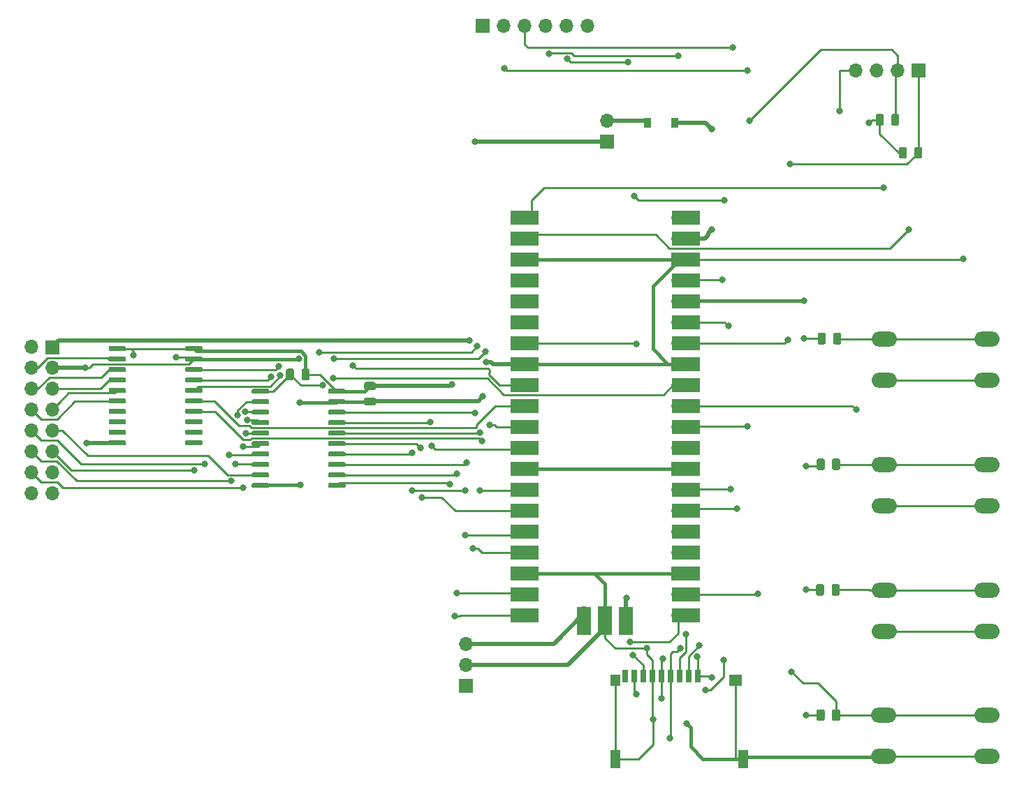
<source format=gbr>
G04 #@! TF.GenerationSoftware,KiCad,Pcbnew,5.1.5+dfsg1-2build2*
G04 #@! TF.CreationDate,2021-07-02T10:02:58+01:00*
G04 #@! TF.ProjectId,pak_breakout,70616b5f-6272-4656-916b-6f75742e6b69,rev?*
G04 #@! TF.SameCoordinates,Original*
G04 #@! TF.FileFunction,Copper,L1,Top*
G04 #@! TF.FilePolarity,Positive*
%FSLAX46Y46*%
G04 Gerber Fmt 4.6, Leading zero omitted, Abs format (unit mm)*
G04 Created by KiCad (PCBNEW 5.1.5+dfsg1-2build2) date 2021-07-02 10:02:58*
%MOMM*%
%LPD*%
G04 APERTURE LIST*
%ADD10O,1.700000X1.700000*%
%ADD11R,1.700000X1.700000*%
%ADD12C,0.100000*%
%ADD13O,3.048000X1.850000*%
%ADD14R,0.900000X1.200000*%
%ADD15R,1.700000X3.500000*%
%ADD16R,3.500000X1.700000*%
%ADD17R,1.200000X2.200000*%
%ADD18R,1.600000X1.400000*%
%ADD19R,1.200000X1.400000*%
%ADD20R,0.700000X1.600000*%
%ADD21C,0.800000*%
%ADD22C,0.500000*%
%ADD23C,0.250000*%
%ADD24C,0.400000*%
G04 APERTURE END LIST*
D10*
X390900000Y-188600000D03*
X388360000Y-188600000D03*
X385820000Y-188600000D03*
X383280000Y-188600000D03*
X380740000Y-188600000D03*
D11*
X378200000Y-188600000D03*
D10*
X376150000Y-263600000D03*
X376150000Y-266140000D03*
D11*
X376150000Y-268680000D03*
G04 #@! TA.AperFunction,SMDPad,CuDef*
D12*
G36*
X361389703Y-232660722D02*
G01*
X361404264Y-232662882D01*
X361418543Y-232666459D01*
X361432403Y-232671418D01*
X361445710Y-232677712D01*
X361458336Y-232685280D01*
X361470159Y-232694048D01*
X361481066Y-232703934D01*
X361490952Y-232714841D01*
X361499720Y-232726664D01*
X361507288Y-232739290D01*
X361513582Y-232752597D01*
X361518541Y-232766457D01*
X361522118Y-232780736D01*
X361524278Y-232795297D01*
X361525000Y-232810000D01*
X361525000Y-233110000D01*
X361524278Y-233124703D01*
X361522118Y-233139264D01*
X361518541Y-233153543D01*
X361513582Y-233167403D01*
X361507288Y-233180710D01*
X361499720Y-233193336D01*
X361490952Y-233205159D01*
X361481066Y-233216066D01*
X361470159Y-233225952D01*
X361458336Y-233234720D01*
X361445710Y-233242288D01*
X361432403Y-233248582D01*
X361418543Y-233253541D01*
X361404264Y-233257118D01*
X361389703Y-233259278D01*
X361375000Y-233260000D01*
X359625000Y-233260000D01*
X359610297Y-233259278D01*
X359595736Y-233257118D01*
X359581457Y-233253541D01*
X359567597Y-233248582D01*
X359554290Y-233242288D01*
X359541664Y-233234720D01*
X359529841Y-233225952D01*
X359518934Y-233216066D01*
X359509048Y-233205159D01*
X359500280Y-233193336D01*
X359492712Y-233180710D01*
X359486418Y-233167403D01*
X359481459Y-233153543D01*
X359477882Y-233139264D01*
X359475722Y-233124703D01*
X359475000Y-233110000D01*
X359475000Y-232810000D01*
X359475722Y-232795297D01*
X359477882Y-232780736D01*
X359481459Y-232766457D01*
X359486418Y-232752597D01*
X359492712Y-232739290D01*
X359500280Y-232726664D01*
X359509048Y-232714841D01*
X359518934Y-232703934D01*
X359529841Y-232694048D01*
X359541664Y-232685280D01*
X359554290Y-232677712D01*
X359567597Y-232671418D01*
X359581457Y-232666459D01*
X359595736Y-232662882D01*
X359610297Y-232660722D01*
X359625000Y-232660000D01*
X361375000Y-232660000D01*
X361389703Y-232660722D01*
G37*
G04 #@! TD.AperFunction*
G04 #@! TA.AperFunction,SMDPad,CuDef*
G36*
X361389703Y-233930722D02*
G01*
X361404264Y-233932882D01*
X361418543Y-233936459D01*
X361432403Y-233941418D01*
X361445710Y-233947712D01*
X361458336Y-233955280D01*
X361470159Y-233964048D01*
X361481066Y-233973934D01*
X361490952Y-233984841D01*
X361499720Y-233996664D01*
X361507288Y-234009290D01*
X361513582Y-234022597D01*
X361518541Y-234036457D01*
X361522118Y-234050736D01*
X361524278Y-234065297D01*
X361525000Y-234080000D01*
X361525000Y-234380000D01*
X361524278Y-234394703D01*
X361522118Y-234409264D01*
X361518541Y-234423543D01*
X361513582Y-234437403D01*
X361507288Y-234450710D01*
X361499720Y-234463336D01*
X361490952Y-234475159D01*
X361481066Y-234486066D01*
X361470159Y-234495952D01*
X361458336Y-234504720D01*
X361445710Y-234512288D01*
X361432403Y-234518582D01*
X361418543Y-234523541D01*
X361404264Y-234527118D01*
X361389703Y-234529278D01*
X361375000Y-234530000D01*
X359625000Y-234530000D01*
X359610297Y-234529278D01*
X359595736Y-234527118D01*
X359581457Y-234523541D01*
X359567597Y-234518582D01*
X359554290Y-234512288D01*
X359541664Y-234504720D01*
X359529841Y-234495952D01*
X359518934Y-234486066D01*
X359509048Y-234475159D01*
X359500280Y-234463336D01*
X359492712Y-234450710D01*
X359486418Y-234437403D01*
X359481459Y-234423543D01*
X359477882Y-234409264D01*
X359475722Y-234394703D01*
X359475000Y-234380000D01*
X359475000Y-234080000D01*
X359475722Y-234065297D01*
X359477882Y-234050736D01*
X359481459Y-234036457D01*
X359486418Y-234022597D01*
X359492712Y-234009290D01*
X359500280Y-233996664D01*
X359509048Y-233984841D01*
X359518934Y-233973934D01*
X359529841Y-233964048D01*
X359541664Y-233955280D01*
X359554290Y-233947712D01*
X359567597Y-233941418D01*
X359581457Y-233936459D01*
X359595736Y-233932882D01*
X359610297Y-233930722D01*
X359625000Y-233930000D01*
X361375000Y-233930000D01*
X361389703Y-233930722D01*
G37*
G04 #@! TD.AperFunction*
G04 #@! TA.AperFunction,SMDPad,CuDef*
G36*
X361389703Y-235200722D02*
G01*
X361404264Y-235202882D01*
X361418543Y-235206459D01*
X361432403Y-235211418D01*
X361445710Y-235217712D01*
X361458336Y-235225280D01*
X361470159Y-235234048D01*
X361481066Y-235243934D01*
X361490952Y-235254841D01*
X361499720Y-235266664D01*
X361507288Y-235279290D01*
X361513582Y-235292597D01*
X361518541Y-235306457D01*
X361522118Y-235320736D01*
X361524278Y-235335297D01*
X361525000Y-235350000D01*
X361525000Y-235650000D01*
X361524278Y-235664703D01*
X361522118Y-235679264D01*
X361518541Y-235693543D01*
X361513582Y-235707403D01*
X361507288Y-235720710D01*
X361499720Y-235733336D01*
X361490952Y-235745159D01*
X361481066Y-235756066D01*
X361470159Y-235765952D01*
X361458336Y-235774720D01*
X361445710Y-235782288D01*
X361432403Y-235788582D01*
X361418543Y-235793541D01*
X361404264Y-235797118D01*
X361389703Y-235799278D01*
X361375000Y-235800000D01*
X359625000Y-235800000D01*
X359610297Y-235799278D01*
X359595736Y-235797118D01*
X359581457Y-235793541D01*
X359567597Y-235788582D01*
X359554290Y-235782288D01*
X359541664Y-235774720D01*
X359529841Y-235765952D01*
X359518934Y-235756066D01*
X359509048Y-235745159D01*
X359500280Y-235733336D01*
X359492712Y-235720710D01*
X359486418Y-235707403D01*
X359481459Y-235693543D01*
X359477882Y-235679264D01*
X359475722Y-235664703D01*
X359475000Y-235650000D01*
X359475000Y-235350000D01*
X359475722Y-235335297D01*
X359477882Y-235320736D01*
X359481459Y-235306457D01*
X359486418Y-235292597D01*
X359492712Y-235279290D01*
X359500280Y-235266664D01*
X359509048Y-235254841D01*
X359518934Y-235243934D01*
X359529841Y-235234048D01*
X359541664Y-235225280D01*
X359554290Y-235217712D01*
X359567597Y-235211418D01*
X359581457Y-235206459D01*
X359595736Y-235202882D01*
X359610297Y-235200722D01*
X359625000Y-235200000D01*
X361375000Y-235200000D01*
X361389703Y-235200722D01*
G37*
G04 #@! TD.AperFunction*
G04 #@! TA.AperFunction,SMDPad,CuDef*
G36*
X361389703Y-236470722D02*
G01*
X361404264Y-236472882D01*
X361418543Y-236476459D01*
X361432403Y-236481418D01*
X361445710Y-236487712D01*
X361458336Y-236495280D01*
X361470159Y-236504048D01*
X361481066Y-236513934D01*
X361490952Y-236524841D01*
X361499720Y-236536664D01*
X361507288Y-236549290D01*
X361513582Y-236562597D01*
X361518541Y-236576457D01*
X361522118Y-236590736D01*
X361524278Y-236605297D01*
X361525000Y-236620000D01*
X361525000Y-236920000D01*
X361524278Y-236934703D01*
X361522118Y-236949264D01*
X361518541Y-236963543D01*
X361513582Y-236977403D01*
X361507288Y-236990710D01*
X361499720Y-237003336D01*
X361490952Y-237015159D01*
X361481066Y-237026066D01*
X361470159Y-237035952D01*
X361458336Y-237044720D01*
X361445710Y-237052288D01*
X361432403Y-237058582D01*
X361418543Y-237063541D01*
X361404264Y-237067118D01*
X361389703Y-237069278D01*
X361375000Y-237070000D01*
X359625000Y-237070000D01*
X359610297Y-237069278D01*
X359595736Y-237067118D01*
X359581457Y-237063541D01*
X359567597Y-237058582D01*
X359554290Y-237052288D01*
X359541664Y-237044720D01*
X359529841Y-237035952D01*
X359518934Y-237026066D01*
X359509048Y-237015159D01*
X359500280Y-237003336D01*
X359492712Y-236990710D01*
X359486418Y-236977403D01*
X359481459Y-236963543D01*
X359477882Y-236949264D01*
X359475722Y-236934703D01*
X359475000Y-236920000D01*
X359475000Y-236620000D01*
X359475722Y-236605297D01*
X359477882Y-236590736D01*
X359481459Y-236576457D01*
X359486418Y-236562597D01*
X359492712Y-236549290D01*
X359500280Y-236536664D01*
X359509048Y-236524841D01*
X359518934Y-236513934D01*
X359529841Y-236504048D01*
X359541664Y-236495280D01*
X359554290Y-236487712D01*
X359567597Y-236481418D01*
X359581457Y-236476459D01*
X359595736Y-236472882D01*
X359610297Y-236470722D01*
X359625000Y-236470000D01*
X361375000Y-236470000D01*
X361389703Y-236470722D01*
G37*
G04 #@! TD.AperFunction*
G04 #@! TA.AperFunction,SMDPad,CuDef*
G36*
X361389703Y-237740722D02*
G01*
X361404264Y-237742882D01*
X361418543Y-237746459D01*
X361432403Y-237751418D01*
X361445710Y-237757712D01*
X361458336Y-237765280D01*
X361470159Y-237774048D01*
X361481066Y-237783934D01*
X361490952Y-237794841D01*
X361499720Y-237806664D01*
X361507288Y-237819290D01*
X361513582Y-237832597D01*
X361518541Y-237846457D01*
X361522118Y-237860736D01*
X361524278Y-237875297D01*
X361525000Y-237890000D01*
X361525000Y-238190000D01*
X361524278Y-238204703D01*
X361522118Y-238219264D01*
X361518541Y-238233543D01*
X361513582Y-238247403D01*
X361507288Y-238260710D01*
X361499720Y-238273336D01*
X361490952Y-238285159D01*
X361481066Y-238296066D01*
X361470159Y-238305952D01*
X361458336Y-238314720D01*
X361445710Y-238322288D01*
X361432403Y-238328582D01*
X361418543Y-238333541D01*
X361404264Y-238337118D01*
X361389703Y-238339278D01*
X361375000Y-238340000D01*
X359625000Y-238340000D01*
X359610297Y-238339278D01*
X359595736Y-238337118D01*
X359581457Y-238333541D01*
X359567597Y-238328582D01*
X359554290Y-238322288D01*
X359541664Y-238314720D01*
X359529841Y-238305952D01*
X359518934Y-238296066D01*
X359509048Y-238285159D01*
X359500280Y-238273336D01*
X359492712Y-238260710D01*
X359486418Y-238247403D01*
X359481459Y-238233543D01*
X359477882Y-238219264D01*
X359475722Y-238204703D01*
X359475000Y-238190000D01*
X359475000Y-237890000D01*
X359475722Y-237875297D01*
X359477882Y-237860736D01*
X359481459Y-237846457D01*
X359486418Y-237832597D01*
X359492712Y-237819290D01*
X359500280Y-237806664D01*
X359509048Y-237794841D01*
X359518934Y-237783934D01*
X359529841Y-237774048D01*
X359541664Y-237765280D01*
X359554290Y-237757712D01*
X359567597Y-237751418D01*
X359581457Y-237746459D01*
X359595736Y-237742882D01*
X359610297Y-237740722D01*
X359625000Y-237740000D01*
X361375000Y-237740000D01*
X361389703Y-237740722D01*
G37*
G04 #@! TD.AperFunction*
G04 #@! TA.AperFunction,SMDPad,CuDef*
G36*
X361389703Y-239010722D02*
G01*
X361404264Y-239012882D01*
X361418543Y-239016459D01*
X361432403Y-239021418D01*
X361445710Y-239027712D01*
X361458336Y-239035280D01*
X361470159Y-239044048D01*
X361481066Y-239053934D01*
X361490952Y-239064841D01*
X361499720Y-239076664D01*
X361507288Y-239089290D01*
X361513582Y-239102597D01*
X361518541Y-239116457D01*
X361522118Y-239130736D01*
X361524278Y-239145297D01*
X361525000Y-239160000D01*
X361525000Y-239460000D01*
X361524278Y-239474703D01*
X361522118Y-239489264D01*
X361518541Y-239503543D01*
X361513582Y-239517403D01*
X361507288Y-239530710D01*
X361499720Y-239543336D01*
X361490952Y-239555159D01*
X361481066Y-239566066D01*
X361470159Y-239575952D01*
X361458336Y-239584720D01*
X361445710Y-239592288D01*
X361432403Y-239598582D01*
X361418543Y-239603541D01*
X361404264Y-239607118D01*
X361389703Y-239609278D01*
X361375000Y-239610000D01*
X359625000Y-239610000D01*
X359610297Y-239609278D01*
X359595736Y-239607118D01*
X359581457Y-239603541D01*
X359567597Y-239598582D01*
X359554290Y-239592288D01*
X359541664Y-239584720D01*
X359529841Y-239575952D01*
X359518934Y-239566066D01*
X359509048Y-239555159D01*
X359500280Y-239543336D01*
X359492712Y-239530710D01*
X359486418Y-239517403D01*
X359481459Y-239503543D01*
X359477882Y-239489264D01*
X359475722Y-239474703D01*
X359475000Y-239460000D01*
X359475000Y-239160000D01*
X359475722Y-239145297D01*
X359477882Y-239130736D01*
X359481459Y-239116457D01*
X359486418Y-239102597D01*
X359492712Y-239089290D01*
X359500280Y-239076664D01*
X359509048Y-239064841D01*
X359518934Y-239053934D01*
X359529841Y-239044048D01*
X359541664Y-239035280D01*
X359554290Y-239027712D01*
X359567597Y-239021418D01*
X359581457Y-239016459D01*
X359595736Y-239012882D01*
X359610297Y-239010722D01*
X359625000Y-239010000D01*
X361375000Y-239010000D01*
X361389703Y-239010722D01*
G37*
G04 #@! TD.AperFunction*
G04 #@! TA.AperFunction,SMDPad,CuDef*
G36*
X361389703Y-240280722D02*
G01*
X361404264Y-240282882D01*
X361418543Y-240286459D01*
X361432403Y-240291418D01*
X361445710Y-240297712D01*
X361458336Y-240305280D01*
X361470159Y-240314048D01*
X361481066Y-240323934D01*
X361490952Y-240334841D01*
X361499720Y-240346664D01*
X361507288Y-240359290D01*
X361513582Y-240372597D01*
X361518541Y-240386457D01*
X361522118Y-240400736D01*
X361524278Y-240415297D01*
X361525000Y-240430000D01*
X361525000Y-240730000D01*
X361524278Y-240744703D01*
X361522118Y-240759264D01*
X361518541Y-240773543D01*
X361513582Y-240787403D01*
X361507288Y-240800710D01*
X361499720Y-240813336D01*
X361490952Y-240825159D01*
X361481066Y-240836066D01*
X361470159Y-240845952D01*
X361458336Y-240854720D01*
X361445710Y-240862288D01*
X361432403Y-240868582D01*
X361418543Y-240873541D01*
X361404264Y-240877118D01*
X361389703Y-240879278D01*
X361375000Y-240880000D01*
X359625000Y-240880000D01*
X359610297Y-240879278D01*
X359595736Y-240877118D01*
X359581457Y-240873541D01*
X359567597Y-240868582D01*
X359554290Y-240862288D01*
X359541664Y-240854720D01*
X359529841Y-240845952D01*
X359518934Y-240836066D01*
X359509048Y-240825159D01*
X359500280Y-240813336D01*
X359492712Y-240800710D01*
X359486418Y-240787403D01*
X359481459Y-240773543D01*
X359477882Y-240759264D01*
X359475722Y-240744703D01*
X359475000Y-240730000D01*
X359475000Y-240430000D01*
X359475722Y-240415297D01*
X359477882Y-240400736D01*
X359481459Y-240386457D01*
X359486418Y-240372597D01*
X359492712Y-240359290D01*
X359500280Y-240346664D01*
X359509048Y-240334841D01*
X359518934Y-240323934D01*
X359529841Y-240314048D01*
X359541664Y-240305280D01*
X359554290Y-240297712D01*
X359567597Y-240291418D01*
X359581457Y-240286459D01*
X359595736Y-240282882D01*
X359610297Y-240280722D01*
X359625000Y-240280000D01*
X361375000Y-240280000D01*
X361389703Y-240280722D01*
G37*
G04 #@! TD.AperFunction*
G04 #@! TA.AperFunction,SMDPad,CuDef*
G36*
X361389703Y-241550722D02*
G01*
X361404264Y-241552882D01*
X361418543Y-241556459D01*
X361432403Y-241561418D01*
X361445710Y-241567712D01*
X361458336Y-241575280D01*
X361470159Y-241584048D01*
X361481066Y-241593934D01*
X361490952Y-241604841D01*
X361499720Y-241616664D01*
X361507288Y-241629290D01*
X361513582Y-241642597D01*
X361518541Y-241656457D01*
X361522118Y-241670736D01*
X361524278Y-241685297D01*
X361525000Y-241700000D01*
X361525000Y-242000000D01*
X361524278Y-242014703D01*
X361522118Y-242029264D01*
X361518541Y-242043543D01*
X361513582Y-242057403D01*
X361507288Y-242070710D01*
X361499720Y-242083336D01*
X361490952Y-242095159D01*
X361481066Y-242106066D01*
X361470159Y-242115952D01*
X361458336Y-242124720D01*
X361445710Y-242132288D01*
X361432403Y-242138582D01*
X361418543Y-242143541D01*
X361404264Y-242147118D01*
X361389703Y-242149278D01*
X361375000Y-242150000D01*
X359625000Y-242150000D01*
X359610297Y-242149278D01*
X359595736Y-242147118D01*
X359581457Y-242143541D01*
X359567597Y-242138582D01*
X359554290Y-242132288D01*
X359541664Y-242124720D01*
X359529841Y-242115952D01*
X359518934Y-242106066D01*
X359509048Y-242095159D01*
X359500280Y-242083336D01*
X359492712Y-242070710D01*
X359486418Y-242057403D01*
X359481459Y-242043543D01*
X359477882Y-242029264D01*
X359475722Y-242014703D01*
X359475000Y-242000000D01*
X359475000Y-241700000D01*
X359475722Y-241685297D01*
X359477882Y-241670736D01*
X359481459Y-241656457D01*
X359486418Y-241642597D01*
X359492712Y-241629290D01*
X359500280Y-241616664D01*
X359509048Y-241604841D01*
X359518934Y-241593934D01*
X359529841Y-241584048D01*
X359541664Y-241575280D01*
X359554290Y-241567712D01*
X359567597Y-241561418D01*
X359581457Y-241556459D01*
X359595736Y-241552882D01*
X359610297Y-241550722D01*
X359625000Y-241550000D01*
X361375000Y-241550000D01*
X361389703Y-241550722D01*
G37*
G04 #@! TD.AperFunction*
G04 #@! TA.AperFunction,SMDPad,CuDef*
G36*
X361389703Y-242820722D02*
G01*
X361404264Y-242822882D01*
X361418543Y-242826459D01*
X361432403Y-242831418D01*
X361445710Y-242837712D01*
X361458336Y-242845280D01*
X361470159Y-242854048D01*
X361481066Y-242863934D01*
X361490952Y-242874841D01*
X361499720Y-242886664D01*
X361507288Y-242899290D01*
X361513582Y-242912597D01*
X361518541Y-242926457D01*
X361522118Y-242940736D01*
X361524278Y-242955297D01*
X361525000Y-242970000D01*
X361525000Y-243270000D01*
X361524278Y-243284703D01*
X361522118Y-243299264D01*
X361518541Y-243313543D01*
X361513582Y-243327403D01*
X361507288Y-243340710D01*
X361499720Y-243353336D01*
X361490952Y-243365159D01*
X361481066Y-243376066D01*
X361470159Y-243385952D01*
X361458336Y-243394720D01*
X361445710Y-243402288D01*
X361432403Y-243408582D01*
X361418543Y-243413541D01*
X361404264Y-243417118D01*
X361389703Y-243419278D01*
X361375000Y-243420000D01*
X359625000Y-243420000D01*
X359610297Y-243419278D01*
X359595736Y-243417118D01*
X359581457Y-243413541D01*
X359567597Y-243408582D01*
X359554290Y-243402288D01*
X359541664Y-243394720D01*
X359529841Y-243385952D01*
X359518934Y-243376066D01*
X359509048Y-243365159D01*
X359500280Y-243353336D01*
X359492712Y-243340710D01*
X359486418Y-243327403D01*
X359481459Y-243313543D01*
X359477882Y-243299264D01*
X359475722Y-243284703D01*
X359475000Y-243270000D01*
X359475000Y-242970000D01*
X359475722Y-242955297D01*
X359477882Y-242940736D01*
X359481459Y-242926457D01*
X359486418Y-242912597D01*
X359492712Y-242899290D01*
X359500280Y-242886664D01*
X359509048Y-242874841D01*
X359518934Y-242863934D01*
X359529841Y-242854048D01*
X359541664Y-242845280D01*
X359554290Y-242837712D01*
X359567597Y-242831418D01*
X359581457Y-242826459D01*
X359595736Y-242822882D01*
X359610297Y-242820722D01*
X359625000Y-242820000D01*
X361375000Y-242820000D01*
X361389703Y-242820722D01*
G37*
G04 #@! TD.AperFunction*
G04 #@! TA.AperFunction,SMDPad,CuDef*
G36*
X361389703Y-244090722D02*
G01*
X361404264Y-244092882D01*
X361418543Y-244096459D01*
X361432403Y-244101418D01*
X361445710Y-244107712D01*
X361458336Y-244115280D01*
X361470159Y-244124048D01*
X361481066Y-244133934D01*
X361490952Y-244144841D01*
X361499720Y-244156664D01*
X361507288Y-244169290D01*
X361513582Y-244182597D01*
X361518541Y-244196457D01*
X361522118Y-244210736D01*
X361524278Y-244225297D01*
X361525000Y-244240000D01*
X361525000Y-244540000D01*
X361524278Y-244554703D01*
X361522118Y-244569264D01*
X361518541Y-244583543D01*
X361513582Y-244597403D01*
X361507288Y-244610710D01*
X361499720Y-244623336D01*
X361490952Y-244635159D01*
X361481066Y-244646066D01*
X361470159Y-244655952D01*
X361458336Y-244664720D01*
X361445710Y-244672288D01*
X361432403Y-244678582D01*
X361418543Y-244683541D01*
X361404264Y-244687118D01*
X361389703Y-244689278D01*
X361375000Y-244690000D01*
X359625000Y-244690000D01*
X359610297Y-244689278D01*
X359595736Y-244687118D01*
X359581457Y-244683541D01*
X359567597Y-244678582D01*
X359554290Y-244672288D01*
X359541664Y-244664720D01*
X359529841Y-244655952D01*
X359518934Y-244646066D01*
X359509048Y-244635159D01*
X359500280Y-244623336D01*
X359492712Y-244610710D01*
X359486418Y-244597403D01*
X359481459Y-244583543D01*
X359477882Y-244569264D01*
X359475722Y-244554703D01*
X359475000Y-244540000D01*
X359475000Y-244240000D01*
X359475722Y-244225297D01*
X359477882Y-244210736D01*
X359481459Y-244196457D01*
X359486418Y-244182597D01*
X359492712Y-244169290D01*
X359500280Y-244156664D01*
X359509048Y-244144841D01*
X359518934Y-244133934D01*
X359529841Y-244124048D01*
X359541664Y-244115280D01*
X359554290Y-244107712D01*
X359567597Y-244101418D01*
X359581457Y-244096459D01*
X359595736Y-244092882D01*
X359610297Y-244090722D01*
X359625000Y-244090000D01*
X361375000Y-244090000D01*
X361389703Y-244090722D01*
G37*
G04 #@! TD.AperFunction*
G04 #@! TA.AperFunction,SMDPad,CuDef*
G36*
X352089703Y-244090722D02*
G01*
X352104264Y-244092882D01*
X352118543Y-244096459D01*
X352132403Y-244101418D01*
X352145710Y-244107712D01*
X352158336Y-244115280D01*
X352170159Y-244124048D01*
X352181066Y-244133934D01*
X352190952Y-244144841D01*
X352199720Y-244156664D01*
X352207288Y-244169290D01*
X352213582Y-244182597D01*
X352218541Y-244196457D01*
X352222118Y-244210736D01*
X352224278Y-244225297D01*
X352225000Y-244240000D01*
X352225000Y-244540000D01*
X352224278Y-244554703D01*
X352222118Y-244569264D01*
X352218541Y-244583543D01*
X352213582Y-244597403D01*
X352207288Y-244610710D01*
X352199720Y-244623336D01*
X352190952Y-244635159D01*
X352181066Y-244646066D01*
X352170159Y-244655952D01*
X352158336Y-244664720D01*
X352145710Y-244672288D01*
X352132403Y-244678582D01*
X352118543Y-244683541D01*
X352104264Y-244687118D01*
X352089703Y-244689278D01*
X352075000Y-244690000D01*
X350325000Y-244690000D01*
X350310297Y-244689278D01*
X350295736Y-244687118D01*
X350281457Y-244683541D01*
X350267597Y-244678582D01*
X350254290Y-244672288D01*
X350241664Y-244664720D01*
X350229841Y-244655952D01*
X350218934Y-244646066D01*
X350209048Y-244635159D01*
X350200280Y-244623336D01*
X350192712Y-244610710D01*
X350186418Y-244597403D01*
X350181459Y-244583543D01*
X350177882Y-244569264D01*
X350175722Y-244554703D01*
X350175000Y-244540000D01*
X350175000Y-244240000D01*
X350175722Y-244225297D01*
X350177882Y-244210736D01*
X350181459Y-244196457D01*
X350186418Y-244182597D01*
X350192712Y-244169290D01*
X350200280Y-244156664D01*
X350209048Y-244144841D01*
X350218934Y-244133934D01*
X350229841Y-244124048D01*
X350241664Y-244115280D01*
X350254290Y-244107712D01*
X350267597Y-244101418D01*
X350281457Y-244096459D01*
X350295736Y-244092882D01*
X350310297Y-244090722D01*
X350325000Y-244090000D01*
X352075000Y-244090000D01*
X352089703Y-244090722D01*
G37*
G04 #@! TD.AperFunction*
G04 #@! TA.AperFunction,SMDPad,CuDef*
G36*
X352089703Y-242820722D02*
G01*
X352104264Y-242822882D01*
X352118543Y-242826459D01*
X352132403Y-242831418D01*
X352145710Y-242837712D01*
X352158336Y-242845280D01*
X352170159Y-242854048D01*
X352181066Y-242863934D01*
X352190952Y-242874841D01*
X352199720Y-242886664D01*
X352207288Y-242899290D01*
X352213582Y-242912597D01*
X352218541Y-242926457D01*
X352222118Y-242940736D01*
X352224278Y-242955297D01*
X352225000Y-242970000D01*
X352225000Y-243270000D01*
X352224278Y-243284703D01*
X352222118Y-243299264D01*
X352218541Y-243313543D01*
X352213582Y-243327403D01*
X352207288Y-243340710D01*
X352199720Y-243353336D01*
X352190952Y-243365159D01*
X352181066Y-243376066D01*
X352170159Y-243385952D01*
X352158336Y-243394720D01*
X352145710Y-243402288D01*
X352132403Y-243408582D01*
X352118543Y-243413541D01*
X352104264Y-243417118D01*
X352089703Y-243419278D01*
X352075000Y-243420000D01*
X350325000Y-243420000D01*
X350310297Y-243419278D01*
X350295736Y-243417118D01*
X350281457Y-243413541D01*
X350267597Y-243408582D01*
X350254290Y-243402288D01*
X350241664Y-243394720D01*
X350229841Y-243385952D01*
X350218934Y-243376066D01*
X350209048Y-243365159D01*
X350200280Y-243353336D01*
X350192712Y-243340710D01*
X350186418Y-243327403D01*
X350181459Y-243313543D01*
X350177882Y-243299264D01*
X350175722Y-243284703D01*
X350175000Y-243270000D01*
X350175000Y-242970000D01*
X350175722Y-242955297D01*
X350177882Y-242940736D01*
X350181459Y-242926457D01*
X350186418Y-242912597D01*
X350192712Y-242899290D01*
X350200280Y-242886664D01*
X350209048Y-242874841D01*
X350218934Y-242863934D01*
X350229841Y-242854048D01*
X350241664Y-242845280D01*
X350254290Y-242837712D01*
X350267597Y-242831418D01*
X350281457Y-242826459D01*
X350295736Y-242822882D01*
X350310297Y-242820722D01*
X350325000Y-242820000D01*
X352075000Y-242820000D01*
X352089703Y-242820722D01*
G37*
G04 #@! TD.AperFunction*
G04 #@! TA.AperFunction,SMDPad,CuDef*
G36*
X352089703Y-241550722D02*
G01*
X352104264Y-241552882D01*
X352118543Y-241556459D01*
X352132403Y-241561418D01*
X352145710Y-241567712D01*
X352158336Y-241575280D01*
X352170159Y-241584048D01*
X352181066Y-241593934D01*
X352190952Y-241604841D01*
X352199720Y-241616664D01*
X352207288Y-241629290D01*
X352213582Y-241642597D01*
X352218541Y-241656457D01*
X352222118Y-241670736D01*
X352224278Y-241685297D01*
X352225000Y-241700000D01*
X352225000Y-242000000D01*
X352224278Y-242014703D01*
X352222118Y-242029264D01*
X352218541Y-242043543D01*
X352213582Y-242057403D01*
X352207288Y-242070710D01*
X352199720Y-242083336D01*
X352190952Y-242095159D01*
X352181066Y-242106066D01*
X352170159Y-242115952D01*
X352158336Y-242124720D01*
X352145710Y-242132288D01*
X352132403Y-242138582D01*
X352118543Y-242143541D01*
X352104264Y-242147118D01*
X352089703Y-242149278D01*
X352075000Y-242150000D01*
X350325000Y-242150000D01*
X350310297Y-242149278D01*
X350295736Y-242147118D01*
X350281457Y-242143541D01*
X350267597Y-242138582D01*
X350254290Y-242132288D01*
X350241664Y-242124720D01*
X350229841Y-242115952D01*
X350218934Y-242106066D01*
X350209048Y-242095159D01*
X350200280Y-242083336D01*
X350192712Y-242070710D01*
X350186418Y-242057403D01*
X350181459Y-242043543D01*
X350177882Y-242029264D01*
X350175722Y-242014703D01*
X350175000Y-242000000D01*
X350175000Y-241700000D01*
X350175722Y-241685297D01*
X350177882Y-241670736D01*
X350181459Y-241656457D01*
X350186418Y-241642597D01*
X350192712Y-241629290D01*
X350200280Y-241616664D01*
X350209048Y-241604841D01*
X350218934Y-241593934D01*
X350229841Y-241584048D01*
X350241664Y-241575280D01*
X350254290Y-241567712D01*
X350267597Y-241561418D01*
X350281457Y-241556459D01*
X350295736Y-241552882D01*
X350310297Y-241550722D01*
X350325000Y-241550000D01*
X352075000Y-241550000D01*
X352089703Y-241550722D01*
G37*
G04 #@! TD.AperFunction*
G04 #@! TA.AperFunction,SMDPad,CuDef*
G36*
X352089703Y-240280722D02*
G01*
X352104264Y-240282882D01*
X352118543Y-240286459D01*
X352132403Y-240291418D01*
X352145710Y-240297712D01*
X352158336Y-240305280D01*
X352170159Y-240314048D01*
X352181066Y-240323934D01*
X352190952Y-240334841D01*
X352199720Y-240346664D01*
X352207288Y-240359290D01*
X352213582Y-240372597D01*
X352218541Y-240386457D01*
X352222118Y-240400736D01*
X352224278Y-240415297D01*
X352225000Y-240430000D01*
X352225000Y-240730000D01*
X352224278Y-240744703D01*
X352222118Y-240759264D01*
X352218541Y-240773543D01*
X352213582Y-240787403D01*
X352207288Y-240800710D01*
X352199720Y-240813336D01*
X352190952Y-240825159D01*
X352181066Y-240836066D01*
X352170159Y-240845952D01*
X352158336Y-240854720D01*
X352145710Y-240862288D01*
X352132403Y-240868582D01*
X352118543Y-240873541D01*
X352104264Y-240877118D01*
X352089703Y-240879278D01*
X352075000Y-240880000D01*
X350325000Y-240880000D01*
X350310297Y-240879278D01*
X350295736Y-240877118D01*
X350281457Y-240873541D01*
X350267597Y-240868582D01*
X350254290Y-240862288D01*
X350241664Y-240854720D01*
X350229841Y-240845952D01*
X350218934Y-240836066D01*
X350209048Y-240825159D01*
X350200280Y-240813336D01*
X350192712Y-240800710D01*
X350186418Y-240787403D01*
X350181459Y-240773543D01*
X350177882Y-240759264D01*
X350175722Y-240744703D01*
X350175000Y-240730000D01*
X350175000Y-240430000D01*
X350175722Y-240415297D01*
X350177882Y-240400736D01*
X350181459Y-240386457D01*
X350186418Y-240372597D01*
X350192712Y-240359290D01*
X350200280Y-240346664D01*
X350209048Y-240334841D01*
X350218934Y-240323934D01*
X350229841Y-240314048D01*
X350241664Y-240305280D01*
X350254290Y-240297712D01*
X350267597Y-240291418D01*
X350281457Y-240286459D01*
X350295736Y-240282882D01*
X350310297Y-240280722D01*
X350325000Y-240280000D01*
X352075000Y-240280000D01*
X352089703Y-240280722D01*
G37*
G04 #@! TD.AperFunction*
G04 #@! TA.AperFunction,SMDPad,CuDef*
G36*
X352089703Y-239010722D02*
G01*
X352104264Y-239012882D01*
X352118543Y-239016459D01*
X352132403Y-239021418D01*
X352145710Y-239027712D01*
X352158336Y-239035280D01*
X352170159Y-239044048D01*
X352181066Y-239053934D01*
X352190952Y-239064841D01*
X352199720Y-239076664D01*
X352207288Y-239089290D01*
X352213582Y-239102597D01*
X352218541Y-239116457D01*
X352222118Y-239130736D01*
X352224278Y-239145297D01*
X352225000Y-239160000D01*
X352225000Y-239460000D01*
X352224278Y-239474703D01*
X352222118Y-239489264D01*
X352218541Y-239503543D01*
X352213582Y-239517403D01*
X352207288Y-239530710D01*
X352199720Y-239543336D01*
X352190952Y-239555159D01*
X352181066Y-239566066D01*
X352170159Y-239575952D01*
X352158336Y-239584720D01*
X352145710Y-239592288D01*
X352132403Y-239598582D01*
X352118543Y-239603541D01*
X352104264Y-239607118D01*
X352089703Y-239609278D01*
X352075000Y-239610000D01*
X350325000Y-239610000D01*
X350310297Y-239609278D01*
X350295736Y-239607118D01*
X350281457Y-239603541D01*
X350267597Y-239598582D01*
X350254290Y-239592288D01*
X350241664Y-239584720D01*
X350229841Y-239575952D01*
X350218934Y-239566066D01*
X350209048Y-239555159D01*
X350200280Y-239543336D01*
X350192712Y-239530710D01*
X350186418Y-239517403D01*
X350181459Y-239503543D01*
X350177882Y-239489264D01*
X350175722Y-239474703D01*
X350175000Y-239460000D01*
X350175000Y-239160000D01*
X350175722Y-239145297D01*
X350177882Y-239130736D01*
X350181459Y-239116457D01*
X350186418Y-239102597D01*
X350192712Y-239089290D01*
X350200280Y-239076664D01*
X350209048Y-239064841D01*
X350218934Y-239053934D01*
X350229841Y-239044048D01*
X350241664Y-239035280D01*
X350254290Y-239027712D01*
X350267597Y-239021418D01*
X350281457Y-239016459D01*
X350295736Y-239012882D01*
X350310297Y-239010722D01*
X350325000Y-239010000D01*
X352075000Y-239010000D01*
X352089703Y-239010722D01*
G37*
G04 #@! TD.AperFunction*
G04 #@! TA.AperFunction,SMDPad,CuDef*
G36*
X352089703Y-237740722D02*
G01*
X352104264Y-237742882D01*
X352118543Y-237746459D01*
X352132403Y-237751418D01*
X352145710Y-237757712D01*
X352158336Y-237765280D01*
X352170159Y-237774048D01*
X352181066Y-237783934D01*
X352190952Y-237794841D01*
X352199720Y-237806664D01*
X352207288Y-237819290D01*
X352213582Y-237832597D01*
X352218541Y-237846457D01*
X352222118Y-237860736D01*
X352224278Y-237875297D01*
X352225000Y-237890000D01*
X352225000Y-238190000D01*
X352224278Y-238204703D01*
X352222118Y-238219264D01*
X352218541Y-238233543D01*
X352213582Y-238247403D01*
X352207288Y-238260710D01*
X352199720Y-238273336D01*
X352190952Y-238285159D01*
X352181066Y-238296066D01*
X352170159Y-238305952D01*
X352158336Y-238314720D01*
X352145710Y-238322288D01*
X352132403Y-238328582D01*
X352118543Y-238333541D01*
X352104264Y-238337118D01*
X352089703Y-238339278D01*
X352075000Y-238340000D01*
X350325000Y-238340000D01*
X350310297Y-238339278D01*
X350295736Y-238337118D01*
X350281457Y-238333541D01*
X350267597Y-238328582D01*
X350254290Y-238322288D01*
X350241664Y-238314720D01*
X350229841Y-238305952D01*
X350218934Y-238296066D01*
X350209048Y-238285159D01*
X350200280Y-238273336D01*
X350192712Y-238260710D01*
X350186418Y-238247403D01*
X350181459Y-238233543D01*
X350177882Y-238219264D01*
X350175722Y-238204703D01*
X350175000Y-238190000D01*
X350175000Y-237890000D01*
X350175722Y-237875297D01*
X350177882Y-237860736D01*
X350181459Y-237846457D01*
X350186418Y-237832597D01*
X350192712Y-237819290D01*
X350200280Y-237806664D01*
X350209048Y-237794841D01*
X350218934Y-237783934D01*
X350229841Y-237774048D01*
X350241664Y-237765280D01*
X350254290Y-237757712D01*
X350267597Y-237751418D01*
X350281457Y-237746459D01*
X350295736Y-237742882D01*
X350310297Y-237740722D01*
X350325000Y-237740000D01*
X352075000Y-237740000D01*
X352089703Y-237740722D01*
G37*
G04 #@! TD.AperFunction*
G04 #@! TA.AperFunction,SMDPad,CuDef*
G36*
X352089703Y-236470722D02*
G01*
X352104264Y-236472882D01*
X352118543Y-236476459D01*
X352132403Y-236481418D01*
X352145710Y-236487712D01*
X352158336Y-236495280D01*
X352170159Y-236504048D01*
X352181066Y-236513934D01*
X352190952Y-236524841D01*
X352199720Y-236536664D01*
X352207288Y-236549290D01*
X352213582Y-236562597D01*
X352218541Y-236576457D01*
X352222118Y-236590736D01*
X352224278Y-236605297D01*
X352225000Y-236620000D01*
X352225000Y-236920000D01*
X352224278Y-236934703D01*
X352222118Y-236949264D01*
X352218541Y-236963543D01*
X352213582Y-236977403D01*
X352207288Y-236990710D01*
X352199720Y-237003336D01*
X352190952Y-237015159D01*
X352181066Y-237026066D01*
X352170159Y-237035952D01*
X352158336Y-237044720D01*
X352145710Y-237052288D01*
X352132403Y-237058582D01*
X352118543Y-237063541D01*
X352104264Y-237067118D01*
X352089703Y-237069278D01*
X352075000Y-237070000D01*
X350325000Y-237070000D01*
X350310297Y-237069278D01*
X350295736Y-237067118D01*
X350281457Y-237063541D01*
X350267597Y-237058582D01*
X350254290Y-237052288D01*
X350241664Y-237044720D01*
X350229841Y-237035952D01*
X350218934Y-237026066D01*
X350209048Y-237015159D01*
X350200280Y-237003336D01*
X350192712Y-236990710D01*
X350186418Y-236977403D01*
X350181459Y-236963543D01*
X350177882Y-236949264D01*
X350175722Y-236934703D01*
X350175000Y-236920000D01*
X350175000Y-236620000D01*
X350175722Y-236605297D01*
X350177882Y-236590736D01*
X350181459Y-236576457D01*
X350186418Y-236562597D01*
X350192712Y-236549290D01*
X350200280Y-236536664D01*
X350209048Y-236524841D01*
X350218934Y-236513934D01*
X350229841Y-236504048D01*
X350241664Y-236495280D01*
X350254290Y-236487712D01*
X350267597Y-236481418D01*
X350281457Y-236476459D01*
X350295736Y-236472882D01*
X350310297Y-236470722D01*
X350325000Y-236470000D01*
X352075000Y-236470000D01*
X352089703Y-236470722D01*
G37*
G04 #@! TD.AperFunction*
G04 #@! TA.AperFunction,SMDPad,CuDef*
G36*
X352089703Y-235200722D02*
G01*
X352104264Y-235202882D01*
X352118543Y-235206459D01*
X352132403Y-235211418D01*
X352145710Y-235217712D01*
X352158336Y-235225280D01*
X352170159Y-235234048D01*
X352181066Y-235243934D01*
X352190952Y-235254841D01*
X352199720Y-235266664D01*
X352207288Y-235279290D01*
X352213582Y-235292597D01*
X352218541Y-235306457D01*
X352222118Y-235320736D01*
X352224278Y-235335297D01*
X352225000Y-235350000D01*
X352225000Y-235650000D01*
X352224278Y-235664703D01*
X352222118Y-235679264D01*
X352218541Y-235693543D01*
X352213582Y-235707403D01*
X352207288Y-235720710D01*
X352199720Y-235733336D01*
X352190952Y-235745159D01*
X352181066Y-235756066D01*
X352170159Y-235765952D01*
X352158336Y-235774720D01*
X352145710Y-235782288D01*
X352132403Y-235788582D01*
X352118543Y-235793541D01*
X352104264Y-235797118D01*
X352089703Y-235799278D01*
X352075000Y-235800000D01*
X350325000Y-235800000D01*
X350310297Y-235799278D01*
X350295736Y-235797118D01*
X350281457Y-235793541D01*
X350267597Y-235788582D01*
X350254290Y-235782288D01*
X350241664Y-235774720D01*
X350229841Y-235765952D01*
X350218934Y-235756066D01*
X350209048Y-235745159D01*
X350200280Y-235733336D01*
X350192712Y-235720710D01*
X350186418Y-235707403D01*
X350181459Y-235693543D01*
X350177882Y-235679264D01*
X350175722Y-235664703D01*
X350175000Y-235650000D01*
X350175000Y-235350000D01*
X350175722Y-235335297D01*
X350177882Y-235320736D01*
X350181459Y-235306457D01*
X350186418Y-235292597D01*
X350192712Y-235279290D01*
X350200280Y-235266664D01*
X350209048Y-235254841D01*
X350218934Y-235243934D01*
X350229841Y-235234048D01*
X350241664Y-235225280D01*
X350254290Y-235217712D01*
X350267597Y-235211418D01*
X350281457Y-235206459D01*
X350295736Y-235202882D01*
X350310297Y-235200722D01*
X350325000Y-235200000D01*
X352075000Y-235200000D01*
X352089703Y-235200722D01*
G37*
G04 #@! TD.AperFunction*
G04 #@! TA.AperFunction,SMDPad,CuDef*
G36*
X352089703Y-233930722D02*
G01*
X352104264Y-233932882D01*
X352118543Y-233936459D01*
X352132403Y-233941418D01*
X352145710Y-233947712D01*
X352158336Y-233955280D01*
X352170159Y-233964048D01*
X352181066Y-233973934D01*
X352190952Y-233984841D01*
X352199720Y-233996664D01*
X352207288Y-234009290D01*
X352213582Y-234022597D01*
X352218541Y-234036457D01*
X352222118Y-234050736D01*
X352224278Y-234065297D01*
X352225000Y-234080000D01*
X352225000Y-234380000D01*
X352224278Y-234394703D01*
X352222118Y-234409264D01*
X352218541Y-234423543D01*
X352213582Y-234437403D01*
X352207288Y-234450710D01*
X352199720Y-234463336D01*
X352190952Y-234475159D01*
X352181066Y-234486066D01*
X352170159Y-234495952D01*
X352158336Y-234504720D01*
X352145710Y-234512288D01*
X352132403Y-234518582D01*
X352118543Y-234523541D01*
X352104264Y-234527118D01*
X352089703Y-234529278D01*
X352075000Y-234530000D01*
X350325000Y-234530000D01*
X350310297Y-234529278D01*
X350295736Y-234527118D01*
X350281457Y-234523541D01*
X350267597Y-234518582D01*
X350254290Y-234512288D01*
X350241664Y-234504720D01*
X350229841Y-234495952D01*
X350218934Y-234486066D01*
X350209048Y-234475159D01*
X350200280Y-234463336D01*
X350192712Y-234450710D01*
X350186418Y-234437403D01*
X350181459Y-234423543D01*
X350177882Y-234409264D01*
X350175722Y-234394703D01*
X350175000Y-234380000D01*
X350175000Y-234080000D01*
X350175722Y-234065297D01*
X350177882Y-234050736D01*
X350181459Y-234036457D01*
X350186418Y-234022597D01*
X350192712Y-234009290D01*
X350200280Y-233996664D01*
X350209048Y-233984841D01*
X350218934Y-233973934D01*
X350229841Y-233964048D01*
X350241664Y-233955280D01*
X350254290Y-233947712D01*
X350267597Y-233941418D01*
X350281457Y-233936459D01*
X350295736Y-233932882D01*
X350310297Y-233930722D01*
X350325000Y-233930000D01*
X352075000Y-233930000D01*
X352089703Y-233930722D01*
G37*
G04 #@! TD.AperFunction*
G04 #@! TA.AperFunction,SMDPad,CuDef*
G36*
X352089703Y-232660722D02*
G01*
X352104264Y-232662882D01*
X352118543Y-232666459D01*
X352132403Y-232671418D01*
X352145710Y-232677712D01*
X352158336Y-232685280D01*
X352170159Y-232694048D01*
X352181066Y-232703934D01*
X352190952Y-232714841D01*
X352199720Y-232726664D01*
X352207288Y-232739290D01*
X352213582Y-232752597D01*
X352218541Y-232766457D01*
X352222118Y-232780736D01*
X352224278Y-232795297D01*
X352225000Y-232810000D01*
X352225000Y-233110000D01*
X352224278Y-233124703D01*
X352222118Y-233139264D01*
X352218541Y-233153543D01*
X352213582Y-233167403D01*
X352207288Y-233180710D01*
X352199720Y-233193336D01*
X352190952Y-233205159D01*
X352181066Y-233216066D01*
X352170159Y-233225952D01*
X352158336Y-233234720D01*
X352145710Y-233242288D01*
X352132403Y-233248582D01*
X352118543Y-233253541D01*
X352104264Y-233257118D01*
X352089703Y-233259278D01*
X352075000Y-233260000D01*
X350325000Y-233260000D01*
X350310297Y-233259278D01*
X350295736Y-233257118D01*
X350281457Y-233253541D01*
X350267597Y-233248582D01*
X350254290Y-233242288D01*
X350241664Y-233234720D01*
X350229841Y-233225952D01*
X350218934Y-233216066D01*
X350209048Y-233205159D01*
X350200280Y-233193336D01*
X350192712Y-233180710D01*
X350186418Y-233167403D01*
X350181459Y-233153543D01*
X350177882Y-233139264D01*
X350175722Y-233124703D01*
X350175000Y-233110000D01*
X350175000Y-232810000D01*
X350175722Y-232795297D01*
X350177882Y-232780736D01*
X350181459Y-232766457D01*
X350186418Y-232752597D01*
X350192712Y-232739290D01*
X350200280Y-232726664D01*
X350209048Y-232714841D01*
X350218934Y-232703934D01*
X350229841Y-232694048D01*
X350241664Y-232685280D01*
X350254290Y-232677712D01*
X350267597Y-232671418D01*
X350281457Y-232666459D01*
X350295736Y-232662882D01*
X350310297Y-232660722D01*
X350325000Y-232660000D01*
X352075000Y-232660000D01*
X352089703Y-232660722D01*
G37*
G04 #@! TD.AperFunction*
G04 #@! TA.AperFunction,SMDPad,CuDef*
G36*
X344039703Y-227485722D02*
G01*
X344054264Y-227487882D01*
X344068543Y-227491459D01*
X344082403Y-227496418D01*
X344095710Y-227502712D01*
X344108336Y-227510280D01*
X344120159Y-227519048D01*
X344131066Y-227528934D01*
X344140952Y-227539841D01*
X344149720Y-227551664D01*
X344157288Y-227564290D01*
X344163582Y-227577597D01*
X344168541Y-227591457D01*
X344172118Y-227605736D01*
X344174278Y-227620297D01*
X344175000Y-227635000D01*
X344175000Y-227935000D01*
X344174278Y-227949703D01*
X344172118Y-227964264D01*
X344168541Y-227978543D01*
X344163582Y-227992403D01*
X344157288Y-228005710D01*
X344149720Y-228018336D01*
X344140952Y-228030159D01*
X344131066Y-228041066D01*
X344120159Y-228050952D01*
X344108336Y-228059720D01*
X344095710Y-228067288D01*
X344082403Y-228073582D01*
X344068543Y-228078541D01*
X344054264Y-228082118D01*
X344039703Y-228084278D01*
X344025000Y-228085000D01*
X342275000Y-228085000D01*
X342260297Y-228084278D01*
X342245736Y-228082118D01*
X342231457Y-228078541D01*
X342217597Y-228073582D01*
X342204290Y-228067288D01*
X342191664Y-228059720D01*
X342179841Y-228050952D01*
X342168934Y-228041066D01*
X342159048Y-228030159D01*
X342150280Y-228018336D01*
X342142712Y-228005710D01*
X342136418Y-227992403D01*
X342131459Y-227978543D01*
X342127882Y-227964264D01*
X342125722Y-227949703D01*
X342125000Y-227935000D01*
X342125000Y-227635000D01*
X342125722Y-227620297D01*
X342127882Y-227605736D01*
X342131459Y-227591457D01*
X342136418Y-227577597D01*
X342142712Y-227564290D01*
X342150280Y-227551664D01*
X342159048Y-227539841D01*
X342168934Y-227528934D01*
X342179841Y-227519048D01*
X342191664Y-227510280D01*
X342204290Y-227502712D01*
X342217597Y-227496418D01*
X342231457Y-227491459D01*
X342245736Y-227487882D01*
X342260297Y-227485722D01*
X342275000Y-227485000D01*
X344025000Y-227485000D01*
X344039703Y-227485722D01*
G37*
G04 #@! TD.AperFunction*
G04 #@! TA.AperFunction,SMDPad,CuDef*
G36*
X344039703Y-228755722D02*
G01*
X344054264Y-228757882D01*
X344068543Y-228761459D01*
X344082403Y-228766418D01*
X344095710Y-228772712D01*
X344108336Y-228780280D01*
X344120159Y-228789048D01*
X344131066Y-228798934D01*
X344140952Y-228809841D01*
X344149720Y-228821664D01*
X344157288Y-228834290D01*
X344163582Y-228847597D01*
X344168541Y-228861457D01*
X344172118Y-228875736D01*
X344174278Y-228890297D01*
X344175000Y-228905000D01*
X344175000Y-229205000D01*
X344174278Y-229219703D01*
X344172118Y-229234264D01*
X344168541Y-229248543D01*
X344163582Y-229262403D01*
X344157288Y-229275710D01*
X344149720Y-229288336D01*
X344140952Y-229300159D01*
X344131066Y-229311066D01*
X344120159Y-229320952D01*
X344108336Y-229329720D01*
X344095710Y-229337288D01*
X344082403Y-229343582D01*
X344068543Y-229348541D01*
X344054264Y-229352118D01*
X344039703Y-229354278D01*
X344025000Y-229355000D01*
X342275000Y-229355000D01*
X342260297Y-229354278D01*
X342245736Y-229352118D01*
X342231457Y-229348541D01*
X342217597Y-229343582D01*
X342204290Y-229337288D01*
X342191664Y-229329720D01*
X342179841Y-229320952D01*
X342168934Y-229311066D01*
X342159048Y-229300159D01*
X342150280Y-229288336D01*
X342142712Y-229275710D01*
X342136418Y-229262403D01*
X342131459Y-229248543D01*
X342127882Y-229234264D01*
X342125722Y-229219703D01*
X342125000Y-229205000D01*
X342125000Y-228905000D01*
X342125722Y-228890297D01*
X342127882Y-228875736D01*
X342131459Y-228861457D01*
X342136418Y-228847597D01*
X342142712Y-228834290D01*
X342150280Y-228821664D01*
X342159048Y-228809841D01*
X342168934Y-228798934D01*
X342179841Y-228789048D01*
X342191664Y-228780280D01*
X342204290Y-228772712D01*
X342217597Y-228766418D01*
X342231457Y-228761459D01*
X342245736Y-228757882D01*
X342260297Y-228755722D01*
X342275000Y-228755000D01*
X344025000Y-228755000D01*
X344039703Y-228755722D01*
G37*
G04 #@! TD.AperFunction*
G04 #@! TA.AperFunction,SMDPad,CuDef*
G36*
X344039703Y-230025722D02*
G01*
X344054264Y-230027882D01*
X344068543Y-230031459D01*
X344082403Y-230036418D01*
X344095710Y-230042712D01*
X344108336Y-230050280D01*
X344120159Y-230059048D01*
X344131066Y-230068934D01*
X344140952Y-230079841D01*
X344149720Y-230091664D01*
X344157288Y-230104290D01*
X344163582Y-230117597D01*
X344168541Y-230131457D01*
X344172118Y-230145736D01*
X344174278Y-230160297D01*
X344175000Y-230175000D01*
X344175000Y-230475000D01*
X344174278Y-230489703D01*
X344172118Y-230504264D01*
X344168541Y-230518543D01*
X344163582Y-230532403D01*
X344157288Y-230545710D01*
X344149720Y-230558336D01*
X344140952Y-230570159D01*
X344131066Y-230581066D01*
X344120159Y-230590952D01*
X344108336Y-230599720D01*
X344095710Y-230607288D01*
X344082403Y-230613582D01*
X344068543Y-230618541D01*
X344054264Y-230622118D01*
X344039703Y-230624278D01*
X344025000Y-230625000D01*
X342275000Y-230625000D01*
X342260297Y-230624278D01*
X342245736Y-230622118D01*
X342231457Y-230618541D01*
X342217597Y-230613582D01*
X342204290Y-230607288D01*
X342191664Y-230599720D01*
X342179841Y-230590952D01*
X342168934Y-230581066D01*
X342159048Y-230570159D01*
X342150280Y-230558336D01*
X342142712Y-230545710D01*
X342136418Y-230532403D01*
X342131459Y-230518543D01*
X342127882Y-230504264D01*
X342125722Y-230489703D01*
X342125000Y-230475000D01*
X342125000Y-230175000D01*
X342125722Y-230160297D01*
X342127882Y-230145736D01*
X342131459Y-230131457D01*
X342136418Y-230117597D01*
X342142712Y-230104290D01*
X342150280Y-230091664D01*
X342159048Y-230079841D01*
X342168934Y-230068934D01*
X342179841Y-230059048D01*
X342191664Y-230050280D01*
X342204290Y-230042712D01*
X342217597Y-230036418D01*
X342231457Y-230031459D01*
X342245736Y-230027882D01*
X342260297Y-230025722D01*
X342275000Y-230025000D01*
X344025000Y-230025000D01*
X344039703Y-230025722D01*
G37*
G04 #@! TD.AperFunction*
G04 #@! TA.AperFunction,SMDPad,CuDef*
G36*
X344039703Y-231295722D02*
G01*
X344054264Y-231297882D01*
X344068543Y-231301459D01*
X344082403Y-231306418D01*
X344095710Y-231312712D01*
X344108336Y-231320280D01*
X344120159Y-231329048D01*
X344131066Y-231338934D01*
X344140952Y-231349841D01*
X344149720Y-231361664D01*
X344157288Y-231374290D01*
X344163582Y-231387597D01*
X344168541Y-231401457D01*
X344172118Y-231415736D01*
X344174278Y-231430297D01*
X344175000Y-231445000D01*
X344175000Y-231745000D01*
X344174278Y-231759703D01*
X344172118Y-231774264D01*
X344168541Y-231788543D01*
X344163582Y-231802403D01*
X344157288Y-231815710D01*
X344149720Y-231828336D01*
X344140952Y-231840159D01*
X344131066Y-231851066D01*
X344120159Y-231860952D01*
X344108336Y-231869720D01*
X344095710Y-231877288D01*
X344082403Y-231883582D01*
X344068543Y-231888541D01*
X344054264Y-231892118D01*
X344039703Y-231894278D01*
X344025000Y-231895000D01*
X342275000Y-231895000D01*
X342260297Y-231894278D01*
X342245736Y-231892118D01*
X342231457Y-231888541D01*
X342217597Y-231883582D01*
X342204290Y-231877288D01*
X342191664Y-231869720D01*
X342179841Y-231860952D01*
X342168934Y-231851066D01*
X342159048Y-231840159D01*
X342150280Y-231828336D01*
X342142712Y-231815710D01*
X342136418Y-231802403D01*
X342131459Y-231788543D01*
X342127882Y-231774264D01*
X342125722Y-231759703D01*
X342125000Y-231745000D01*
X342125000Y-231445000D01*
X342125722Y-231430297D01*
X342127882Y-231415736D01*
X342131459Y-231401457D01*
X342136418Y-231387597D01*
X342142712Y-231374290D01*
X342150280Y-231361664D01*
X342159048Y-231349841D01*
X342168934Y-231338934D01*
X342179841Y-231329048D01*
X342191664Y-231320280D01*
X342204290Y-231312712D01*
X342217597Y-231306418D01*
X342231457Y-231301459D01*
X342245736Y-231297882D01*
X342260297Y-231295722D01*
X342275000Y-231295000D01*
X344025000Y-231295000D01*
X344039703Y-231295722D01*
G37*
G04 #@! TD.AperFunction*
G04 #@! TA.AperFunction,SMDPad,CuDef*
G36*
X344039703Y-232565722D02*
G01*
X344054264Y-232567882D01*
X344068543Y-232571459D01*
X344082403Y-232576418D01*
X344095710Y-232582712D01*
X344108336Y-232590280D01*
X344120159Y-232599048D01*
X344131066Y-232608934D01*
X344140952Y-232619841D01*
X344149720Y-232631664D01*
X344157288Y-232644290D01*
X344163582Y-232657597D01*
X344168541Y-232671457D01*
X344172118Y-232685736D01*
X344174278Y-232700297D01*
X344175000Y-232715000D01*
X344175000Y-233015000D01*
X344174278Y-233029703D01*
X344172118Y-233044264D01*
X344168541Y-233058543D01*
X344163582Y-233072403D01*
X344157288Y-233085710D01*
X344149720Y-233098336D01*
X344140952Y-233110159D01*
X344131066Y-233121066D01*
X344120159Y-233130952D01*
X344108336Y-233139720D01*
X344095710Y-233147288D01*
X344082403Y-233153582D01*
X344068543Y-233158541D01*
X344054264Y-233162118D01*
X344039703Y-233164278D01*
X344025000Y-233165000D01*
X342275000Y-233165000D01*
X342260297Y-233164278D01*
X342245736Y-233162118D01*
X342231457Y-233158541D01*
X342217597Y-233153582D01*
X342204290Y-233147288D01*
X342191664Y-233139720D01*
X342179841Y-233130952D01*
X342168934Y-233121066D01*
X342159048Y-233110159D01*
X342150280Y-233098336D01*
X342142712Y-233085710D01*
X342136418Y-233072403D01*
X342131459Y-233058543D01*
X342127882Y-233044264D01*
X342125722Y-233029703D01*
X342125000Y-233015000D01*
X342125000Y-232715000D01*
X342125722Y-232700297D01*
X342127882Y-232685736D01*
X342131459Y-232671457D01*
X342136418Y-232657597D01*
X342142712Y-232644290D01*
X342150280Y-232631664D01*
X342159048Y-232619841D01*
X342168934Y-232608934D01*
X342179841Y-232599048D01*
X342191664Y-232590280D01*
X342204290Y-232582712D01*
X342217597Y-232576418D01*
X342231457Y-232571459D01*
X342245736Y-232567882D01*
X342260297Y-232565722D01*
X342275000Y-232565000D01*
X344025000Y-232565000D01*
X344039703Y-232565722D01*
G37*
G04 #@! TD.AperFunction*
G04 #@! TA.AperFunction,SMDPad,CuDef*
G36*
X344039703Y-233835722D02*
G01*
X344054264Y-233837882D01*
X344068543Y-233841459D01*
X344082403Y-233846418D01*
X344095710Y-233852712D01*
X344108336Y-233860280D01*
X344120159Y-233869048D01*
X344131066Y-233878934D01*
X344140952Y-233889841D01*
X344149720Y-233901664D01*
X344157288Y-233914290D01*
X344163582Y-233927597D01*
X344168541Y-233941457D01*
X344172118Y-233955736D01*
X344174278Y-233970297D01*
X344175000Y-233985000D01*
X344175000Y-234285000D01*
X344174278Y-234299703D01*
X344172118Y-234314264D01*
X344168541Y-234328543D01*
X344163582Y-234342403D01*
X344157288Y-234355710D01*
X344149720Y-234368336D01*
X344140952Y-234380159D01*
X344131066Y-234391066D01*
X344120159Y-234400952D01*
X344108336Y-234409720D01*
X344095710Y-234417288D01*
X344082403Y-234423582D01*
X344068543Y-234428541D01*
X344054264Y-234432118D01*
X344039703Y-234434278D01*
X344025000Y-234435000D01*
X342275000Y-234435000D01*
X342260297Y-234434278D01*
X342245736Y-234432118D01*
X342231457Y-234428541D01*
X342217597Y-234423582D01*
X342204290Y-234417288D01*
X342191664Y-234409720D01*
X342179841Y-234400952D01*
X342168934Y-234391066D01*
X342159048Y-234380159D01*
X342150280Y-234368336D01*
X342142712Y-234355710D01*
X342136418Y-234342403D01*
X342131459Y-234328543D01*
X342127882Y-234314264D01*
X342125722Y-234299703D01*
X342125000Y-234285000D01*
X342125000Y-233985000D01*
X342125722Y-233970297D01*
X342127882Y-233955736D01*
X342131459Y-233941457D01*
X342136418Y-233927597D01*
X342142712Y-233914290D01*
X342150280Y-233901664D01*
X342159048Y-233889841D01*
X342168934Y-233878934D01*
X342179841Y-233869048D01*
X342191664Y-233860280D01*
X342204290Y-233852712D01*
X342217597Y-233846418D01*
X342231457Y-233841459D01*
X342245736Y-233837882D01*
X342260297Y-233835722D01*
X342275000Y-233835000D01*
X344025000Y-233835000D01*
X344039703Y-233835722D01*
G37*
G04 #@! TD.AperFunction*
G04 #@! TA.AperFunction,SMDPad,CuDef*
G36*
X344039703Y-235105722D02*
G01*
X344054264Y-235107882D01*
X344068543Y-235111459D01*
X344082403Y-235116418D01*
X344095710Y-235122712D01*
X344108336Y-235130280D01*
X344120159Y-235139048D01*
X344131066Y-235148934D01*
X344140952Y-235159841D01*
X344149720Y-235171664D01*
X344157288Y-235184290D01*
X344163582Y-235197597D01*
X344168541Y-235211457D01*
X344172118Y-235225736D01*
X344174278Y-235240297D01*
X344175000Y-235255000D01*
X344175000Y-235555000D01*
X344174278Y-235569703D01*
X344172118Y-235584264D01*
X344168541Y-235598543D01*
X344163582Y-235612403D01*
X344157288Y-235625710D01*
X344149720Y-235638336D01*
X344140952Y-235650159D01*
X344131066Y-235661066D01*
X344120159Y-235670952D01*
X344108336Y-235679720D01*
X344095710Y-235687288D01*
X344082403Y-235693582D01*
X344068543Y-235698541D01*
X344054264Y-235702118D01*
X344039703Y-235704278D01*
X344025000Y-235705000D01*
X342275000Y-235705000D01*
X342260297Y-235704278D01*
X342245736Y-235702118D01*
X342231457Y-235698541D01*
X342217597Y-235693582D01*
X342204290Y-235687288D01*
X342191664Y-235679720D01*
X342179841Y-235670952D01*
X342168934Y-235661066D01*
X342159048Y-235650159D01*
X342150280Y-235638336D01*
X342142712Y-235625710D01*
X342136418Y-235612403D01*
X342131459Y-235598543D01*
X342127882Y-235584264D01*
X342125722Y-235569703D01*
X342125000Y-235555000D01*
X342125000Y-235255000D01*
X342125722Y-235240297D01*
X342127882Y-235225736D01*
X342131459Y-235211457D01*
X342136418Y-235197597D01*
X342142712Y-235184290D01*
X342150280Y-235171664D01*
X342159048Y-235159841D01*
X342168934Y-235148934D01*
X342179841Y-235139048D01*
X342191664Y-235130280D01*
X342204290Y-235122712D01*
X342217597Y-235116418D01*
X342231457Y-235111459D01*
X342245736Y-235107882D01*
X342260297Y-235105722D01*
X342275000Y-235105000D01*
X344025000Y-235105000D01*
X344039703Y-235105722D01*
G37*
G04 #@! TD.AperFunction*
G04 #@! TA.AperFunction,SMDPad,CuDef*
G36*
X344039703Y-236375722D02*
G01*
X344054264Y-236377882D01*
X344068543Y-236381459D01*
X344082403Y-236386418D01*
X344095710Y-236392712D01*
X344108336Y-236400280D01*
X344120159Y-236409048D01*
X344131066Y-236418934D01*
X344140952Y-236429841D01*
X344149720Y-236441664D01*
X344157288Y-236454290D01*
X344163582Y-236467597D01*
X344168541Y-236481457D01*
X344172118Y-236495736D01*
X344174278Y-236510297D01*
X344175000Y-236525000D01*
X344175000Y-236825000D01*
X344174278Y-236839703D01*
X344172118Y-236854264D01*
X344168541Y-236868543D01*
X344163582Y-236882403D01*
X344157288Y-236895710D01*
X344149720Y-236908336D01*
X344140952Y-236920159D01*
X344131066Y-236931066D01*
X344120159Y-236940952D01*
X344108336Y-236949720D01*
X344095710Y-236957288D01*
X344082403Y-236963582D01*
X344068543Y-236968541D01*
X344054264Y-236972118D01*
X344039703Y-236974278D01*
X344025000Y-236975000D01*
X342275000Y-236975000D01*
X342260297Y-236974278D01*
X342245736Y-236972118D01*
X342231457Y-236968541D01*
X342217597Y-236963582D01*
X342204290Y-236957288D01*
X342191664Y-236949720D01*
X342179841Y-236940952D01*
X342168934Y-236931066D01*
X342159048Y-236920159D01*
X342150280Y-236908336D01*
X342142712Y-236895710D01*
X342136418Y-236882403D01*
X342131459Y-236868543D01*
X342127882Y-236854264D01*
X342125722Y-236839703D01*
X342125000Y-236825000D01*
X342125000Y-236525000D01*
X342125722Y-236510297D01*
X342127882Y-236495736D01*
X342131459Y-236481457D01*
X342136418Y-236467597D01*
X342142712Y-236454290D01*
X342150280Y-236441664D01*
X342159048Y-236429841D01*
X342168934Y-236418934D01*
X342179841Y-236409048D01*
X342191664Y-236400280D01*
X342204290Y-236392712D01*
X342217597Y-236386418D01*
X342231457Y-236381459D01*
X342245736Y-236377882D01*
X342260297Y-236375722D01*
X342275000Y-236375000D01*
X344025000Y-236375000D01*
X344039703Y-236375722D01*
G37*
G04 #@! TD.AperFunction*
G04 #@! TA.AperFunction,SMDPad,CuDef*
G36*
X344039703Y-237645722D02*
G01*
X344054264Y-237647882D01*
X344068543Y-237651459D01*
X344082403Y-237656418D01*
X344095710Y-237662712D01*
X344108336Y-237670280D01*
X344120159Y-237679048D01*
X344131066Y-237688934D01*
X344140952Y-237699841D01*
X344149720Y-237711664D01*
X344157288Y-237724290D01*
X344163582Y-237737597D01*
X344168541Y-237751457D01*
X344172118Y-237765736D01*
X344174278Y-237780297D01*
X344175000Y-237795000D01*
X344175000Y-238095000D01*
X344174278Y-238109703D01*
X344172118Y-238124264D01*
X344168541Y-238138543D01*
X344163582Y-238152403D01*
X344157288Y-238165710D01*
X344149720Y-238178336D01*
X344140952Y-238190159D01*
X344131066Y-238201066D01*
X344120159Y-238210952D01*
X344108336Y-238219720D01*
X344095710Y-238227288D01*
X344082403Y-238233582D01*
X344068543Y-238238541D01*
X344054264Y-238242118D01*
X344039703Y-238244278D01*
X344025000Y-238245000D01*
X342275000Y-238245000D01*
X342260297Y-238244278D01*
X342245736Y-238242118D01*
X342231457Y-238238541D01*
X342217597Y-238233582D01*
X342204290Y-238227288D01*
X342191664Y-238219720D01*
X342179841Y-238210952D01*
X342168934Y-238201066D01*
X342159048Y-238190159D01*
X342150280Y-238178336D01*
X342142712Y-238165710D01*
X342136418Y-238152403D01*
X342131459Y-238138543D01*
X342127882Y-238124264D01*
X342125722Y-238109703D01*
X342125000Y-238095000D01*
X342125000Y-237795000D01*
X342125722Y-237780297D01*
X342127882Y-237765736D01*
X342131459Y-237751457D01*
X342136418Y-237737597D01*
X342142712Y-237724290D01*
X342150280Y-237711664D01*
X342159048Y-237699841D01*
X342168934Y-237688934D01*
X342179841Y-237679048D01*
X342191664Y-237670280D01*
X342204290Y-237662712D01*
X342217597Y-237656418D01*
X342231457Y-237651459D01*
X342245736Y-237647882D01*
X342260297Y-237645722D01*
X342275000Y-237645000D01*
X344025000Y-237645000D01*
X344039703Y-237645722D01*
G37*
G04 #@! TD.AperFunction*
G04 #@! TA.AperFunction,SMDPad,CuDef*
G36*
X344039703Y-238915722D02*
G01*
X344054264Y-238917882D01*
X344068543Y-238921459D01*
X344082403Y-238926418D01*
X344095710Y-238932712D01*
X344108336Y-238940280D01*
X344120159Y-238949048D01*
X344131066Y-238958934D01*
X344140952Y-238969841D01*
X344149720Y-238981664D01*
X344157288Y-238994290D01*
X344163582Y-239007597D01*
X344168541Y-239021457D01*
X344172118Y-239035736D01*
X344174278Y-239050297D01*
X344175000Y-239065000D01*
X344175000Y-239365000D01*
X344174278Y-239379703D01*
X344172118Y-239394264D01*
X344168541Y-239408543D01*
X344163582Y-239422403D01*
X344157288Y-239435710D01*
X344149720Y-239448336D01*
X344140952Y-239460159D01*
X344131066Y-239471066D01*
X344120159Y-239480952D01*
X344108336Y-239489720D01*
X344095710Y-239497288D01*
X344082403Y-239503582D01*
X344068543Y-239508541D01*
X344054264Y-239512118D01*
X344039703Y-239514278D01*
X344025000Y-239515000D01*
X342275000Y-239515000D01*
X342260297Y-239514278D01*
X342245736Y-239512118D01*
X342231457Y-239508541D01*
X342217597Y-239503582D01*
X342204290Y-239497288D01*
X342191664Y-239489720D01*
X342179841Y-239480952D01*
X342168934Y-239471066D01*
X342159048Y-239460159D01*
X342150280Y-239448336D01*
X342142712Y-239435710D01*
X342136418Y-239422403D01*
X342131459Y-239408543D01*
X342127882Y-239394264D01*
X342125722Y-239379703D01*
X342125000Y-239365000D01*
X342125000Y-239065000D01*
X342125722Y-239050297D01*
X342127882Y-239035736D01*
X342131459Y-239021457D01*
X342136418Y-239007597D01*
X342142712Y-238994290D01*
X342150280Y-238981664D01*
X342159048Y-238969841D01*
X342168934Y-238958934D01*
X342179841Y-238949048D01*
X342191664Y-238940280D01*
X342204290Y-238932712D01*
X342217597Y-238926418D01*
X342231457Y-238921459D01*
X342245736Y-238917882D01*
X342260297Y-238915722D01*
X342275000Y-238915000D01*
X344025000Y-238915000D01*
X344039703Y-238915722D01*
G37*
G04 #@! TD.AperFunction*
G04 #@! TA.AperFunction,SMDPad,CuDef*
G36*
X334739703Y-238915722D02*
G01*
X334754264Y-238917882D01*
X334768543Y-238921459D01*
X334782403Y-238926418D01*
X334795710Y-238932712D01*
X334808336Y-238940280D01*
X334820159Y-238949048D01*
X334831066Y-238958934D01*
X334840952Y-238969841D01*
X334849720Y-238981664D01*
X334857288Y-238994290D01*
X334863582Y-239007597D01*
X334868541Y-239021457D01*
X334872118Y-239035736D01*
X334874278Y-239050297D01*
X334875000Y-239065000D01*
X334875000Y-239365000D01*
X334874278Y-239379703D01*
X334872118Y-239394264D01*
X334868541Y-239408543D01*
X334863582Y-239422403D01*
X334857288Y-239435710D01*
X334849720Y-239448336D01*
X334840952Y-239460159D01*
X334831066Y-239471066D01*
X334820159Y-239480952D01*
X334808336Y-239489720D01*
X334795710Y-239497288D01*
X334782403Y-239503582D01*
X334768543Y-239508541D01*
X334754264Y-239512118D01*
X334739703Y-239514278D01*
X334725000Y-239515000D01*
X332975000Y-239515000D01*
X332960297Y-239514278D01*
X332945736Y-239512118D01*
X332931457Y-239508541D01*
X332917597Y-239503582D01*
X332904290Y-239497288D01*
X332891664Y-239489720D01*
X332879841Y-239480952D01*
X332868934Y-239471066D01*
X332859048Y-239460159D01*
X332850280Y-239448336D01*
X332842712Y-239435710D01*
X332836418Y-239422403D01*
X332831459Y-239408543D01*
X332827882Y-239394264D01*
X332825722Y-239379703D01*
X332825000Y-239365000D01*
X332825000Y-239065000D01*
X332825722Y-239050297D01*
X332827882Y-239035736D01*
X332831459Y-239021457D01*
X332836418Y-239007597D01*
X332842712Y-238994290D01*
X332850280Y-238981664D01*
X332859048Y-238969841D01*
X332868934Y-238958934D01*
X332879841Y-238949048D01*
X332891664Y-238940280D01*
X332904290Y-238932712D01*
X332917597Y-238926418D01*
X332931457Y-238921459D01*
X332945736Y-238917882D01*
X332960297Y-238915722D01*
X332975000Y-238915000D01*
X334725000Y-238915000D01*
X334739703Y-238915722D01*
G37*
G04 #@! TD.AperFunction*
G04 #@! TA.AperFunction,SMDPad,CuDef*
G36*
X334739703Y-237645722D02*
G01*
X334754264Y-237647882D01*
X334768543Y-237651459D01*
X334782403Y-237656418D01*
X334795710Y-237662712D01*
X334808336Y-237670280D01*
X334820159Y-237679048D01*
X334831066Y-237688934D01*
X334840952Y-237699841D01*
X334849720Y-237711664D01*
X334857288Y-237724290D01*
X334863582Y-237737597D01*
X334868541Y-237751457D01*
X334872118Y-237765736D01*
X334874278Y-237780297D01*
X334875000Y-237795000D01*
X334875000Y-238095000D01*
X334874278Y-238109703D01*
X334872118Y-238124264D01*
X334868541Y-238138543D01*
X334863582Y-238152403D01*
X334857288Y-238165710D01*
X334849720Y-238178336D01*
X334840952Y-238190159D01*
X334831066Y-238201066D01*
X334820159Y-238210952D01*
X334808336Y-238219720D01*
X334795710Y-238227288D01*
X334782403Y-238233582D01*
X334768543Y-238238541D01*
X334754264Y-238242118D01*
X334739703Y-238244278D01*
X334725000Y-238245000D01*
X332975000Y-238245000D01*
X332960297Y-238244278D01*
X332945736Y-238242118D01*
X332931457Y-238238541D01*
X332917597Y-238233582D01*
X332904290Y-238227288D01*
X332891664Y-238219720D01*
X332879841Y-238210952D01*
X332868934Y-238201066D01*
X332859048Y-238190159D01*
X332850280Y-238178336D01*
X332842712Y-238165710D01*
X332836418Y-238152403D01*
X332831459Y-238138543D01*
X332827882Y-238124264D01*
X332825722Y-238109703D01*
X332825000Y-238095000D01*
X332825000Y-237795000D01*
X332825722Y-237780297D01*
X332827882Y-237765736D01*
X332831459Y-237751457D01*
X332836418Y-237737597D01*
X332842712Y-237724290D01*
X332850280Y-237711664D01*
X332859048Y-237699841D01*
X332868934Y-237688934D01*
X332879841Y-237679048D01*
X332891664Y-237670280D01*
X332904290Y-237662712D01*
X332917597Y-237656418D01*
X332931457Y-237651459D01*
X332945736Y-237647882D01*
X332960297Y-237645722D01*
X332975000Y-237645000D01*
X334725000Y-237645000D01*
X334739703Y-237645722D01*
G37*
G04 #@! TD.AperFunction*
G04 #@! TA.AperFunction,SMDPad,CuDef*
G36*
X334739703Y-236375722D02*
G01*
X334754264Y-236377882D01*
X334768543Y-236381459D01*
X334782403Y-236386418D01*
X334795710Y-236392712D01*
X334808336Y-236400280D01*
X334820159Y-236409048D01*
X334831066Y-236418934D01*
X334840952Y-236429841D01*
X334849720Y-236441664D01*
X334857288Y-236454290D01*
X334863582Y-236467597D01*
X334868541Y-236481457D01*
X334872118Y-236495736D01*
X334874278Y-236510297D01*
X334875000Y-236525000D01*
X334875000Y-236825000D01*
X334874278Y-236839703D01*
X334872118Y-236854264D01*
X334868541Y-236868543D01*
X334863582Y-236882403D01*
X334857288Y-236895710D01*
X334849720Y-236908336D01*
X334840952Y-236920159D01*
X334831066Y-236931066D01*
X334820159Y-236940952D01*
X334808336Y-236949720D01*
X334795710Y-236957288D01*
X334782403Y-236963582D01*
X334768543Y-236968541D01*
X334754264Y-236972118D01*
X334739703Y-236974278D01*
X334725000Y-236975000D01*
X332975000Y-236975000D01*
X332960297Y-236974278D01*
X332945736Y-236972118D01*
X332931457Y-236968541D01*
X332917597Y-236963582D01*
X332904290Y-236957288D01*
X332891664Y-236949720D01*
X332879841Y-236940952D01*
X332868934Y-236931066D01*
X332859048Y-236920159D01*
X332850280Y-236908336D01*
X332842712Y-236895710D01*
X332836418Y-236882403D01*
X332831459Y-236868543D01*
X332827882Y-236854264D01*
X332825722Y-236839703D01*
X332825000Y-236825000D01*
X332825000Y-236525000D01*
X332825722Y-236510297D01*
X332827882Y-236495736D01*
X332831459Y-236481457D01*
X332836418Y-236467597D01*
X332842712Y-236454290D01*
X332850280Y-236441664D01*
X332859048Y-236429841D01*
X332868934Y-236418934D01*
X332879841Y-236409048D01*
X332891664Y-236400280D01*
X332904290Y-236392712D01*
X332917597Y-236386418D01*
X332931457Y-236381459D01*
X332945736Y-236377882D01*
X332960297Y-236375722D01*
X332975000Y-236375000D01*
X334725000Y-236375000D01*
X334739703Y-236375722D01*
G37*
G04 #@! TD.AperFunction*
G04 #@! TA.AperFunction,SMDPad,CuDef*
G36*
X334739703Y-235105722D02*
G01*
X334754264Y-235107882D01*
X334768543Y-235111459D01*
X334782403Y-235116418D01*
X334795710Y-235122712D01*
X334808336Y-235130280D01*
X334820159Y-235139048D01*
X334831066Y-235148934D01*
X334840952Y-235159841D01*
X334849720Y-235171664D01*
X334857288Y-235184290D01*
X334863582Y-235197597D01*
X334868541Y-235211457D01*
X334872118Y-235225736D01*
X334874278Y-235240297D01*
X334875000Y-235255000D01*
X334875000Y-235555000D01*
X334874278Y-235569703D01*
X334872118Y-235584264D01*
X334868541Y-235598543D01*
X334863582Y-235612403D01*
X334857288Y-235625710D01*
X334849720Y-235638336D01*
X334840952Y-235650159D01*
X334831066Y-235661066D01*
X334820159Y-235670952D01*
X334808336Y-235679720D01*
X334795710Y-235687288D01*
X334782403Y-235693582D01*
X334768543Y-235698541D01*
X334754264Y-235702118D01*
X334739703Y-235704278D01*
X334725000Y-235705000D01*
X332975000Y-235705000D01*
X332960297Y-235704278D01*
X332945736Y-235702118D01*
X332931457Y-235698541D01*
X332917597Y-235693582D01*
X332904290Y-235687288D01*
X332891664Y-235679720D01*
X332879841Y-235670952D01*
X332868934Y-235661066D01*
X332859048Y-235650159D01*
X332850280Y-235638336D01*
X332842712Y-235625710D01*
X332836418Y-235612403D01*
X332831459Y-235598543D01*
X332827882Y-235584264D01*
X332825722Y-235569703D01*
X332825000Y-235555000D01*
X332825000Y-235255000D01*
X332825722Y-235240297D01*
X332827882Y-235225736D01*
X332831459Y-235211457D01*
X332836418Y-235197597D01*
X332842712Y-235184290D01*
X332850280Y-235171664D01*
X332859048Y-235159841D01*
X332868934Y-235148934D01*
X332879841Y-235139048D01*
X332891664Y-235130280D01*
X332904290Y-235122712D01*
X332917597Y-235116418D01*
X332931457Y-235111459D01*
X332945736Y-235107882D01*
X332960297Y-235105722D01*
X332975000Y-235105000D01*
X334725000Y-235105000D01*
X334739703Y-235105722D01*
G37*
G04 #@! TD.AperFunction*
G04 #@! TA.AperFunction,SMDPad,CuDef*
G36*
X334739703Y-233835722D02*
G01*
X334754264Y-233837882D01*
X334768543Y-233841459D01*
X334782403Y-233846418D01*
X334795710Y-233852712D01*
X334808336Y-233860280D01*
X334820159Y-233869048D01*
X334831066Y-233878934D01*
X334840952Y-233889841D01*
X334849720Y-233901664D01*
X334857288Y-233914290D01*
X334863582Y-233927597D01*
X334868541Y-233941457D01*
X334872118Y-233955736D01*
X334874278Y-233970297D01*
X334875000Y-233985000D01*
X334875000Y-234285000D01*
X334874278Y-234299703D01*
X334872118Y-234314264D01*
X334868541Y-234328543D01*
X334863582Y-234342403D01*
X334857288Y-234355710D01*
X334849720Y-234368336D01*
X334840952Y-234380159D01*
X334831066Y-234391066D01*
X334820159Y-234400952D01*
X334808336Y-234409720D01*
X334795710Y-234417288D01*
X334782403Y-234423582D01*
X334768543Y-234428541D01*
X334754264Y-234432118D01*
X334739703Y-234434278D01*
X334725000Y-234435000D01*
X332975000Y-234435000D01*
X332960297Y-234434278D01*
X332945736Y-234432118D01*
X332931457Y-234428541D01*
X332917597Y-234423582D01*
X332904290Y-234417288D01*
X332891664Y-234409720D01*
X332879841Y-234400952D01*
X332868934Y-234391066D01*
X332859048Y-234380159D01*
X332850280Y-234368336D01*
X332842712Y-234355710D01*
X332836418Y-234342403D01*
X332831459Y-234328543D01*
X332827882Y-234314264D01*
X332825722Y-234299703D01*
X332825000Y-234285000D01*
X332825000Y-233985000D01*
X332825722Y-233970297D01*
X332827882Y-233955736D01*
X332831459Y-233941457D01*
X332836418Y-233927597D01*
X332842712Y-233914290D01*
X332850280Y-233901664D01*
X332859048Y-233889841D01*
X332868934Y-233878934D01*
X332879841Y-233869048D01*
X332891664Y-233860280D01*
X332904290Y-233852712D01*
X332917597Y-233846418D01*
X332931457Y-233841459D01*
X332945736Y-233837882D01*
X332960297Y-233835722D01*
X332975000Y-233835000D01*
X334725000Y-233835000D01*
X334739703Y-233835722D01*
G37*
G04 #@! TD.AperFunction*
G04 #@! TA.AperFunction,SMDPad,CuDef*
G36*
X334739703Y-232565722D02*
G01*
X334754264Y-232567882D01*
X334768543Y-232571459D01*
X334782403Y-232576418D01*
X334795710Y-232582712D01*
X334808336Y-232590280D01*
X334820159Y-232599048D01*
X334831066Y-232608934D01*
X334840952Y-232619841D01*
X334849720Y-232631664D01*
X334857288Y-232644290D01*
X334863582Y-232657597D01*
X334868541Y-232671457D01*
X334872118Y-232685736D01*
X334874278Y-232700297D01*
X334875000Y-232715000D01*
X334875000Y-233015000D01*
X334874278Y-233029703D01*
X334872118Y-233044264D01*
X334868541Y-233058543D01*
X334863582Y-233072403D01*
X334857288Y-233085710D01*
X334849720Y-233098336D01*
X334840952Y-233110159D01*
X334831066Y-233121066D01*
X334820159Y-233130952D01*
X334808336Y-233139720D01*
X334795710Y-233147288D01*
X334782403Y-233153582D01*
X334768543Y-233158541D01*
X334754264Y-233162118D01*
X334739703Y-233164278D01*
X334725000Y-233165000D01*
X332975000Y-233165000D01*
X332960297Y-233164278D01*
X332945736Y-233162118D01*
X332931457Y-233158541D01*
X332917597Y-233153582D01*
X332904290Y-233147288D01*
X332891664Y-233139720D01*
X332879841Y-233130952D01*
X332868934Y-233121066D01*
X332859048Y-233110159D01*
X332850280Y-233098336D01*
X332842712Y-233085710D01*
X332836418Y-233072403D01*
X332831459Y-233058543D01*
X332827882Y-233044264D01*
X332825722Y-233029703D01*
X332825000Y-233015000D01*
X332825000Y-232715000D01*
X332825722Y-232700297D01*
X332827882Y-232685736D01*
X332831459Y-232671457D01*
X332836418Y-232657597D01*
X332842712Y-232644290D01*
X332850280Y-232631664D01*
X332859048Y-232619841D01*
X332868934Y-232608934D01*
X332879841Y-232599048D01*
X332891664Y-232590280D01*
X332904290Y-232582712D01*
X332917597Y-232576418D01*
X332931457Y-232571459D01*
X332945736Y-232567882D01*
X332960297Y-232565722D01*
X332975000Y-232565000D01*
X334725000Y-232565000D01*
X334739703Y-232565722D01*
G37*
G04 #@! TD.AperFunction*
G04 #@! TA.AperFunction,SMDPad,CuDef*
G36*
X334739703Y-231295722D02*
G01*
X334754264Y-231297882D01*
X334768543Y-231301459D01*
X334782403Y-231306418D01*
X334795710Y-231312712D01*
X334808336Y-231320280D01*
X334820159Y-231329048D01*
X334831066Y-231338934D01*
X334840952Y-231349841D01*
X334849720Y-231361664D01*
X334857288Y-231374290D01*
X334863582Y-231387597D01*
X334868541Y-231401457D01*
X334872118Y-231415736D01*
X334874278Y-231430297D01*
X334875000Y-231445000D01*
X334875000Y-231745000D01*
X334874278Y-231759703D01*
X334872118Y-231774264D01*
X334868541Y-231788543D01*
X334863582Y-231802403D01*
X334857288Y-231815710D01*
X334849720Y-231828336D01*
X334840952Y-231840159D01*
X334831066Y-231851066D01*
X334820159Y-231860952D01*
X334808336Y-231869720D01*
X334795710Y-231877288D01*
X334782403Y-231883582D01*
X334768543Y-231888541D01*
X334754264Y-231892118D01*
X334739703Y-231894278D01*
X334725000Y-231895000D01*
X332975000Y-231895000D01*
X332960297Y-231894278D01*
X332945736Y-231892118D01*
X332931457Y-231888541D01*
X332917597Y-231883582D01*
X332904290Y-231877288D01*
X332891664Y-231869720D01*
X332879841Y-231860952D01*
X332868934Y-231851066D01*
X332859048Y-231840159D01*
X332850280Y-231828336D01*
X332842712Y-231815710D01*
X332836418Y-231802403D01*
X332831459Y-231788543D01*
X332827882Y-231774264D01*
X332825722Y-231759703D01*
X332825000Y-231745000D01*
X332825000Y-231445000D01*
X332825722Y-231430297D01*
X332827882Y-231415736D01*
X332831459Y-231401457D01*
X332836418Y-231387597D01*
X332842712Y-231374290D01*
X332850280Y-231361664D01*
X332859048Y-231349841D01*
X332868934Y-231338934D01*
X332879841Y-231329048D01*
X332891664Y-231320280D01*
X332904290Y-231312712D01*
X332917597Y-231306418D01*
X332931457Y-231301459D01*
X332945736Y-231297882D01*
X332960297Y-231295722D01*
X332975000Y-231295000D01*
X334725000Y-231295000D01*
X334739703Y-231295722D01*
G37*
G04 #@! TD.AperFunction*
G04 #@! TA.AperFunction,SMDPad,CuDef*
G36*
X334739703Y-230025722D02*
G01*
X334754264Y-230027882D01*
X334768543Y-230031459D01*
X334782403Y-230036418D01*
X334795710Y-230042712D01*
X334808336Y-230050280D01*
X334820159Y-230059048D01*
X334831066Y-230068934D01*
X334840952Y-230079841D01*
X334849720Y-230091664D01*
X334857288Y-230104290D01*
X334863582Y-230117597D01*
X334868541Y-230131457D01*
X334872118Y-230145736D01*
X334874278Y-230160297D01*
X334875000Y-230175000D01*
X334875000Y-230475000D01*
X334874278Y-230489703D01*
X334872118Y-230504264D01*
X334868541Y-230518543D01*
X334863582Y-230532403D01*
X334857288Y-230545710D01*
X334849720Y-230558336D01*
X334840952Y-230570159D01*
X334831066Y-230581066D01*
X334820159Y-230590952D01*
X334808336Y-230599720D01*
X334795710Y-230607288D01*
X334782403Y-230613582D01*
X334768543Y-230618541D01*
X334754264Y-230622118D01*
X334739703Y-230624278D01*
X334725000Y-230625000D01*
X332975000Y-230625000D01*
X332960297Y-230624278D01*
X332945736Y-230622118D01*
X332931457Y-230618541D01*
X332917597Y-230613582D01*
X332904290Y-230607288D01*
X332891664Y-230599720D01*
X332879841Y-230590952D01*
X332868934Y-230581066D01*
X332859048Y-230570159D01*
X332850280Y-230558336D01*
X332842712Y-230545710D01*
X332836418Y-230532403D01*
X332831459Y-230518543D01*
X332827882Y-230504264D01*
X332825722Y-230489703D01*
X332825000Y-230475000D01*
X332825000Y-230175000D01*
X332825722Y-230160297D01*
X332827882Y-230145736D01*
X332831459Y-230131457D01*
X332836418Y-230117597D01*
X332842712Y-230104290D01*
X332850280Y-230091664D01*
X332859048Y-230079841D01*
X332868934Y-230068934D01*
X332879841Y-230059048D01*
X332891664Y-230050280D01*
X332904290Y-230042712D01*
X332917597Y-230036418D01*
X332931457Y-230031459D01*
X332945736Y-230027882D01*
X332960297Y-230025722D01*
X332975000Y-230025000D01*
X334725000Y-230025000D01*
X334739703Y-230025722D01*
G37*
G04 #@! TD.AperFunction*
G04 #@! TA.AperFunction,SMDPad,CuDef*
G36*
X334739703Y-228755722D02*
G01*
X334754264Y-228757882D01*
X334768543Y-228761459D01*
X334782403Y-228766418D01*
X334795710Y-228772712D01*
X334808336Y-228780280D01*
X334820159Y-228789048D01*
X334831066Y-228798934D01*
X334840952Y-228809841D01*
X334849720Y-228821664D01*
X334857288Y-228834290D01*
X334863582Y-228847597D01*
X334868541Y-228861457D01*
X334872118Y-228875736D01*
X334874278Y-228890297D01*
X334875000Y-228905000D01*
X334875000Y-229205000D01*
X334874278Y-229219703D01*
X334872118Y-229234264D01*
X334868541Y-229248543D01*
X334863582Y-229262403D01*
X334857288Y-229275710D01*
X334849720Y-229288336D01*
X334840952Y-229300159D01*
X334831066Y-229311066D01*
X334820159Y-229320952D01*
X334808336Y-229329720D01*
X334795710Y-229337288D01*
X334782403Y-229343582D01*
X334768543Y-229348541D01*
X334754264Y-229352118D01*
X334739703Y-229354278D01*
X334725000Y-229355000D01*
X332975000Y-229355000D01*
X332960297Y-229354278D01*
X332945736Y-229352118D01*
X332931457Y-229348541D01*
X332917597Y-229343582D01*
X332904290Y-229337288D01*
X332891664Y-229329720D01*
X332879841Y-229320952D01*
X332868934Y-229311066D01*
X332859048Y-229300159D01*
X332850280Y-229288336D01*
X332842712Y-229275710D01*
X332836418Y-229262403D01*
X332831459Y-229248543D01*
X332827882Y-229234264D01*
X332825722Y-229219703D01*
X332825000Y-229205000D01*
X332825000Y-228905000D01*
X332825722Y-228890297D01*
X332827882Y-228875736D01*
X332831459Y-228861457D01*
X332836418Y-228847597D01*
X332842712Y-228834290D01*
X332850280Y-228821664D01*
X332859048Y-228809841D01*
X332868934Y-228798934D01*
X332879841Y-228789048D01*
X332891664Y-228780280D01*
X332904290Y-228772712D01*
X332917597Y-228766418D01*
X332931457Y-228761459D01*
X332945736Y-228757882D01*
X332960297Y-228755722D01*
X332975000Y-228755000D01*
X334725000Y-228755000D01*
X334739703Y-228755722D01*
G37*
G04 #@! TD.AperFunction*
G04 #@! TA.AperFunction,SMDPad,CuDef*
G36*
X334739703Y-227485722D02*
G01*
X334754264Y-227487882D01*
X334768543Y-227491459D01*
X334782403Y-227496418D01*
X334795710Y-227502712D01*
X334808336Y-227510280D01*
X334820159Y-227519048D01*
X334831066Y-227528934D01*
X334840952Y-227539841D01*
X334849720Y-227551664D01*
X334857288Y-227564290D01*
X334863582Y-227577597D01*
X334868541Y-227591457D01*
X334872118Y-227605736D01*
X334874278Y-227620297D01*
X334875000Y-227635000D01*
X334875000Y-227935000D01*
X334874278Y-227949703D01*
X334872118Y-227964264D01*
X334868541Y-227978543D01*
X334863582Y-227992403D01*
X334857288Y-228005710D01*
X334849720Y-228018336D01*
X334840952Y-228030159D01*
X334831066Y-228041066D01*
X334820159Y-228050952D01*
X334808336Y-228059720D01*
X334795710Y-228067288D01*
X334782403Y-228073582D01*
X334768543Y-228078541D01*
X334754264Y-228082118D01*
X334739703Y-228084278D01*
X334725000Y-228085000D01*
X332975000Y-228085000D01*
X332960297Y-228084278D01*
X332945736Y-228082118D01*
X332931457Y-228078541D01*
X332917597Y-228073582D01*
X332904290Y-228067288D01*
X332891664Y-228059720D01*
X332879841Y-228050952D01*
X332868934Y-228041066D01*
X332859048Y-228030159D01*
X332850280Y-228018336D01*
X332842712Y-228005710D01*
X332836418Y-227992403D01*
X332831459Y-227978543D01*
X332827882Y-227964264D01*
X332825722Y-227949703D01*
X332825000Y-227935000D01*
X332825000Y-227635000D01*
X332825722Y-227620297D01*
X332827882Y-227605736D01*
X332831459Y-227591457D01*
X332836418Y-227577597D01*
X332842712Y-227564290D01*
X332850280Y-227551664D01*
X332859048Y-227539841D01*
X332868934Y-227528934D01*
X332879841Y-227519048D01*
X332891664Y-227510280D01*
X332904290Y-227502712D01*
X332917597Y-227496418D01*
X332931457Y-227491459D01*
X332945736Y-227487882D01*
X332960297Y-227485722D01*
X332975000Y-227485000D01*
X334725000Y-227485000D01*
X334739703Y-227485722D01*
G37*
G04 #@! TD.AperFunction*
D13*
X426750000Y-277250000D03*
X426750000Y-272250000D03*
X439250000Y-277250000D03*
X439250000Y-272250000D03*
G04 #@! TA.AperFunction,SMDPad,CuDef*
D12*
G36*
X421267642Y-271551174D02*
G01*
X421291303Y-271554684D01*
X421314507Y-271560496D01*
X421337029Y-271568554D01*
X421358653Y-271578782D01*
X421379170Y-271591079D01*
X421398383Y-271605329D01*
X421416107Y-271621393D01*
X421432171Y-271639117D01*
X421446421Y-271658330D01*
X421458718Y-271678847D01*
X421468946Y-271700471D01*
X421477004Y-271722993D01*
X421482816Y-271746197D01*
X421486326Y-271769858D01*
X421487500Y-271793750D01*
X421487500Y-272706250D01*
X421486326Y-272730142D01*
X421482816Y-272753803D01*
X421477004Y-272777007D01*
X421468946Y-272799529D01*
X421458718Y-272821153D01*
X421446421Y-272841670D01*
X421432171Y-272860883D01*
X421416107Y-272878607D01*
X421398383Y-272894671D01*
X421379170Y-272908921D01*
X421358653Y-272921218D01*
X421337029Y-272931446D01*
X421314507Y-272939504D01*
X421291303Y-272945316D01*
X421267642Y-272948826D01*
X421243750Y-272950000D01*
X420756250Y-272950000D01*
X420732358Y-272948826D01*
X420708697Y-272945316D01*
X420685493Y-272939504D01*
X420662971Y-272931446D01*
X420641347Y-272921218D01*
X420620830Y-272908921D01*
X420601617Y-272894671D01*
X420583893Y-272878607D01*
X420567829Y-272860883D01*
X420553579Y-272841670D01*
X420541282Y-272821153D01*
X420531054Y-272799529D01*
X420522996Y-272777007D01*
X420517184Y-272753803D01*
X420513674Y-272730142D01*
X420512500Y-272706250D01*
X420512500Y-271793750D01*
X420513674Y-271769858D01*
X420517184Y-271746197D01*
X420522996Y-271722993D01*
X420531054Y-271700471D01*
X420541282Y-271678847D01*
X420553579Y-271658330D01*
X420567829Y-271639117D01*
X420583893Y-271621393D01*
X420601617Y-271605329D01*
X420620830Y-271591079D01*
X420641347Y-271578782D01*
X420662971Y-271568554D01*
X420685493Y-271560496D01*
X420708697Y-271554684D01*
X420732358Y-271551174D01*
X420756250Y-271550000D01*
X421243750Y-271550000D01*
X421267642Y-271551174D01*
G37*
G04 #@! TD.AperFunction*
G04 #@! TA.AperFunction,SMDPad,CuDef*
G36*
X419392642Y-271551174D02*
G01*
X419416303Y-271554684D01*
X419439507Y-271560496D01*
X419462029Y-271568554D01*
X419483653Y-271578782D01*
X419504170Y-271591079D01*
X419523383Y-271605329D01*
X419541107Y-271621393D01*
X419557171Y-271639117D01*
X419571421Y-271658330D01*
X419583718Y-271678847D01*
X419593946Y-271700471D01*
X419602004Y-271722993D01*
X419607816Y-271746197D01*
X419611326Y-271769858D01*
X419612500Y-271793750D01*
X419612500Y-272706250D01*
X419611326Y-272730142D01*
X419607816Y-272753803D01*
X419602004Y-272777007D01*
X419593946Y-272799529D01*
X419583718Y-272821153D01*
X419571421Y-272841670D01*
X419557171Y-272860883D01*
X419541107Y-272878607D01*
X419523383Y-272894671D01*
X419504170Y-272908921D01*
X419483653Y-272921218D01*
X419462029Y-272931446D01*
X419439507Y-272939504D01*
X419416303Y-272945316D01*
X419392642Y-272948826D01*
X419368750Y-272950000D01*
X418881250Y-272950000D01*
X418857358Y-272948826D01*
X418833697Y-272945316D01*
X418810493Y-272939504D01*
X418787971Y-272931446D01*
X418766347Y-272921218D01*
X418745830Y-272908921D01*
X418726617Y-272894671D01*
X418708893Y-272878607D01*
X418692829Y-272860883D01*
X418678579Y-272841670D01*
X418666282Y-272821153D01*
X418656054Y-272799529D01*
X418647996Y-272777007D01*
X418642184Y-272753803D01*
X418638674Y-272730142D01*
X418637500Y-272706250D01*
X418637500Y-271793750D01*
X418638674Y-271769858D01*
X418642184Y-271746197D01*
X418647996Y-271722993D01*
X418656054Y-271700471D01*
X418666282Y-271678847D01*
X418678579Y-271658330D01*
X418692829Y-271639117D01*
X418708893Y-271621393D01*
X418726617Y-271605329D01*
X418745830Y-271591079D01*
X418766347Y-271578782D01*
X418787971Y-271568554D01*
X418810493Y-271560496D01*
X418833697Y-271554684D01*
X418857358Y-271551174D01*
X418881250Y-271550000D01*
X419368750Y-271550000D01*
X419392642Y-271551174D01*
G37*
G04 #@! TD.AperFunction*
G04 #@! TA.AperFunction,SMDPad,CuDef*
G36*
X355080142Y-230201174D02*
G01*
X355103803Y-230204684D01*
X355127007Y-230210496D01*
X355149529Y-230218554D01*
X355171153Y-230228782D01*
X355191670Y-230241079D01*
X355210883Y-230255329D01*
X355228607Y-230271393D01*
X355244671Y-230289117D01*
X355258921Y-230308330D01*
X355271218Y-230328847D01*
X355281446Y-230350471D01*
X355289504Y-230372993D01*
X355295316Y-230396197D01*
X355298826Y-230419858D01*
X355300000Y-230443750D01*
X355300000Y-231356250D01*
X355298826Y-231380142D01*
X355295316Y-231403803D01*
X355289504Y-231427007D01*
X355281446Y-231449529D01*
X355271218Y-231471153D01*
X355258921Y-231491670D01*
X355244671Y-231510883D01*
X355228607Y-231528607D01*
X355210883Y-231544671D01*
X355191670Y-231558921D01*
X355171153Y-231571218D01*
X355149529Y-231581446D01*
X355127007Y-231589504D01*
X355103803Y-231595316D01*
X355080142Y-231598826D01*
X355056250Y-231600000D01*
X354568750Y-231600000D01*
X354544858Y-231598826D01*
X354521197Y-231595316D01*
X354497993Y-231589504D01*
X354475471Y-231581446D01*
X354453847Y-231571218D01*
X354433330Y-231558921D01*
X354414117Y-231544671D01*
X354396393Y-231528607D01*
X354380329Y-231510883D01*
X354366079Y-231491670D01*
X354353782Y-231471153D01*
X354343554Y-231449529D01*
X354335496Y-231427007D01*
X354329684Y-231403803D01*
X354326174Y-231380142D01*
X354325000Y-231356250D01*
X354325000Y-230443750D01*
X354326174Y-230419858D01*
X354329684Y-230396197D01*
X354335496Y-230372993D01*
X354343554Y-230350471D01*
X354353782Y-230328847D01*
X354366079Y-230308330D01*
X354380329Y-230289117D01*
X354396393Y-230271393D01*
X354414117Y-230255329D01*
X354433330Y-230241079D01*
X354453847Y-230228782D01*
X354475471Y-230218554D01*
X354497993Y-230210496D01*
X354521197Y-230204684D01*
X354544858Y-230201174D01*
X354568750Y-230200000D01*
X355056250Y-230200000D01*
X355080142Y-230201174D01*
G37*
G04 #@! TD.AperFunction*
G04 #@! TA.AperFunction,SMDPad,CuDef*
G36*
X356955142Y-230201174D02*
G01*
X356978803Y-230204684D01*
X357002007Y-230210496D01*
X357024529Y-230218554D01*
X357046153Y-230228782D01*
X357066670Y-230241079D01*
X357085883Y-230255329D01*
X357103607Y-230271393D01*
X357119671Y-230289117D01*
X357133921Y-230308330D01*
X357146218Y-230328847D01*
X357156446Y-230350471D01*
X357164504Y-230372993D01*
X357170316Y-230396197D01*
X357173826Y-230419858D01*
X357175000Y-230443750D01*
X357175000Y-231356250D01*
X357173826Y-231380142D01*
X357170316Y-231403803D01*
X357164504Y-231427007D01*
X357156446Y-231449529D01*
X357146218Y-231471153D01*
X357133921Y-231491670D01*
X357119671Y-231510883D01*
X357103607Y-231528607D01*
X357085883Y-231544671D01*
X357066670Y-231558921D01*
X357046153Y-231571218D01*
X357024529Y-231581446D01*
X357002007Y-231589504D01*
X356978803Y-231595316D01*
X356955142Y-231598826D01*
X356931250Y-231600000D01*
X356443750Y-231600000D01*
X356419858Y-231598826D01*
X356396197Y-231595316D01*
X356372993Y-231589504D01*
X356350471Y-231581446D01*
X356328847Y-231571218D01*
X356308330Y-231558921D01*
X356289117Y-231544671D01*
X356271393Y-231528607D01*
X356255329Y-231510883D01*
X356241079Y-231491670D01*
X356228782Y-231471153D01*
X356218554Y-231449529D01*
X356210496Y-231427007D01*
X356204684Y-231403803D01*
X356201174Y-231380142D01*
X356200000Y-231356250D01*
X356200000Y-230443750D01*
X356201174Y-230419858D01*
X356204684Y-230396197D01*
X356210496Y-230372993D01*
X356218554Y-230350471D01*
X356228782Y-230328847D01*
X356241079Y-230308330D01*
X356255329Y-230289117D01*
X356271393Y-230271393D01*
X356289117Y-230255329D01*
X356308330Y-230241079D01*
X356328847Y-230228782D01*
X356350471Y-230218554D01*
X356372993Y-230210496D01*
X356396197Y-230204684D01*
X356419858Y-230201174D01*
X356443750Y-230200000D01*
X356931250Y-230200000D01*
X356955142Y-230201174D01*
G37*
G04 #@! TD.AperFunction*
D13*
X426800000Y-246870000D03*
X426800000Y-241870000D03*
X439300000Y-246870000D03*
X439300000Y-241870000D03*
D10*
X393192000Y-200152000D03*
D11*
X393192000Y-202692000D03*
D14*
X398146000Y-200406000D03*
X401446000Y-200406000D03*
G04 #@! TA.AperFunction,SMDPad,CuDef*
D12*
G36*
X364980142Y-233701174D02*
G01*
X365003803Y-233704684D01*
X365027007Y-233710496D01*
X365049529Y-233718554D01*
X365071153Y-233728782D01*
X365091670Y-233741079D01*
X365110883Y-233755329D01*
X365128607Y-233771393D01*
X365144671Y-233789117D01*
X365158921Y-233808330D01*
X365171218Y-233828847D01*
X365181446Y-233850471D01*
X365189504Y-233872993D01*
X365195316Y-233896197D01*
X365198826Y-233919858D01*
X365200000Y-233943750D01*
X365200000Y-234431250D01*
X365198826Y-234455142D01*
X365195316Y-234478803D01*
X365189504Y-234502007D01*
X365181446Y-234524529D01*
X365171218Y-234546153D01*
X365158921Y-234566670D01*
X365144671Y-234585883D01*
X365128607Y-234603607D01*
X365110883Y-234619671D01*
X365091670Y-234633921D01*
X365071153Y-234646218D01*
X365049529Y-234656446D01*
X365027007Y-234664504D01*
X365003803Y-234670316D01*
X364980142Y-234673826D01*
X364956250Y-234675000D01*
X364043750Y-234675000D01*
X364019858Y-234673826D01*
X363996197Y-234670316D01*
X363972993Y-234664504D01*
X363950471Y-234656446D01*
X363928847Y-234646218D01*
X363908330Y-234633921D01*
X363889117Y-234619671D01*
X363871393Y-234603607D01*
X363855329Y-234585883D01*
X363841079Y-234566670D01*
X363828782Y-234546153D01*
X363818554Y-234524529D01*
X363810496Y-234502007D01*
X363804684Y-234478803D01*
X363801174Y-234455142D01*
X363800000Y-234431250D01*
X363800000Y-233943750D01*
X363801174Y-233919858D01*
X363804684Y-233896197D01*
X363810496Y-233872993D01*
X363818554Y-233850471D01*
X363828782Y-233828847D01*
X363841079Y-233808330D01*
X363855329Y-233789117D01*
X363871393Y-233771393D01*
X363889117Y-233755329D01*
X363908330Y-233741079D01*
X363928847Y-233728782D01*
X363950471Y-233718554D01*
X363972993Y-233710496D01*
X363996197Y-233704684D01*
X364019858Y-233701174D01*
X364043750Y-233700000D01*
X364956250Y-233700000D01*
X364980142Y-233701174D01*
G37*
G04 #@! TD.AperFunction*
G04 #@! TA.AperFunction,SMDPad,CuDef*
G36*
X364980142Y-231826174D02*
G01*
X365003803Y-231829684D01*
X365027007Y-231835496D01*
X365049529Y-231843554D01*
X365071153Y-231853782D01*
X365091670Y-231866079D01*
X365110883Y-231880329D01*
X365128607Y-231896393D01*
X365144671Y-231914117D01*
X365158921Y-231933330D01*
X365171218Y-231953847D01*
X365181446Y-231975471D01*
X365189504Y-231997993D01*
X365195316Y-232021197D01*
X365198826Y-232044858D01*
X365200000Y-232068750D01*
X365200000Y-232556250D01*
X365198826Y-232580142D01*
X365195316Y-232603803D01*
X365189504Y-232627007D01*
X365181446Y-232649529D01*
X365171218Y-232671153D01*
X365158921Y-232691670D01*
X365144671Y-232710883D01*
X365128607Y-232728607D01*
X365110883Y-232744671D01*
X365091670Y-232758921D01*
X365071153Y-232771218D01*
X365049529Y-232781446D01*
X365027007Y-232789504D01*
X365003803Y-232795316D01*
X364980142Y-232798826D01*
X364956250Y-232800000D01*
X364043750Y-232800000D01*
X364019858Y-232798826D01*
X363996197Y-232795316D01*
X363972993Y-232789504D01*
X363950471Y-232781446D01*
X363928847Y-232771218D01*
X363908330Y-232758921D01*
X363889117Y-232744671D01*
X363871393Y-232728607D01*
X363855329Y-232710883D01*
X363841079Y-232691670D01*
X363828782Y-232671153D01*
X363818554Y-232649529D01*
X363810496Y-232627007D01*
X363804684Y-232603803D01*
X363801174Y-232580142D01*
X363800000Y-232556250D01*
X363800000Y-232068750D01*
X363801174Y-232044858D01*
X363804684Y-232021197D01*
X363810496Y-231997993D01*
X363818554Y-231975471D01*
X363828782Y-231953847D01*
X363841079Y-231933330D01*
X363855329Y-231914117D01*
X363871393Y-231896393D01*
X363889117Y-231880329D01*
X363908330Y-231866079D01*
X363928847Y-231853782D01*
X363950471Y-231843554D01*
X363972993Y-231835496D01*
X363996197Y-231829684D01*
X364019858Y-231826174D01*
X364043750Y-231825000D01*
X364956250Y-231825000D01*
X364980142Y-231826174D01*
G37*
G04 #@! TD.AperFunction*
D10*
X323460000Y-245300000D03*
X326000000Y-245300000D03*
X323460000Y-242760000D03*
X326000000Y-242760000D03*
X323460000Y-240220000D03*
X326000000Y-240220000D03*
X323460000Y-237680000D03*
X326000000Y-237680000D03*
X323460000Y-235140000D03*
X326000000Y-235140000D03*
X323460000Y-232600000D03*
X326000000Y-232600000D03*
X323460000Y-230060000D03*
X326000000Y-230060000D03*
X323460000Y-227520000D03*
D11*
X326000000Y-227600000D03*
D10*
X395540000Y-259900000D03*
D15*
X395540000Y-260800000D03*
D11*
X393000000Y-259900000D03*
D15*
X393000000Y-260800000D03*
D10*
X390460000Y-259900000D03*
D15*
X390460000Y-260800000D03*
D16*
X402790000Y-260130000D03*
X402790000Y-257590000D03*
X402790000Y-255050000D03*
X402790000Y-252510000D03*
X402790000Y-249970000D03*
X402790000Y-247430000D03*
X402790000Y-244890000D03*
X402790000Y-242350000D03*
X402790000Y-239810000D03*
X402790000Y-237270000D03*
X402790000Y-234730000D03*
X402790000Y-232190000D03*
X402790000Y-229650000D03*
X402790000Y-227110000D03*
X402790000Y-224570000D03*
X402790000Y-222030000D03*
X402790000Y-219490000D03*
X402790000Y-216950000D03*
X402790000Y-214410000D03*
X402790000Y-211870000D03*
X383210000Y-260130000D03*
X383210000Y-257590000D03*
X383210000Y-255050000D03*
X383210000Y-252510000D03*
X383210000Y-249970000D03*
X383210000Y-247430000D03*
X383210000Y-244890000D03*
X383210000Y-242350000D03*
X383210000Y-239810000D03*
X383210000Y-237270000D03*
X383210000Y-234730000D03*
X383210000Y-232190000D03*
X383210000Y-229650000D03*
X383210000Y-227110000D03*
X383210000Y-224570000D03*
X383210000Y-222030000D03*
X383210000Y-219490000D03*
X383210000Y-216950000D03*
X383210000Y-214410000D03*
X383210000Y-211870000D03*
D10*
X401890000Y-211870000D03*
X401890000Y-214410000D03*
D11*
X401890000Y-216950000D03*
D10*
X401890000Y-219490000D03*
X401890000Y-222030000D03*
X401890000Y-224570000D03*
X401890000Y-227110000D03*
D11*
X401890000Y-229650000D03*
D10*
X401890000Y-232190000D03*
X401890000Y-234730000D03*
X401890000Y-237270000D03*
X401890000Y-239810000D03*
D11*
X401890000Y-242350000D03*
D10*
X401890000Y-244890000D03*
X401890000Y-247430000D03*
X401890000Y-249970000D03*
X401890000Y-252510000D03*
D11*
X401890000Y-255050000D03*
D10*
X401890000Y-257590000D03*
X401890000Y-260130000D03*
X384110000Y-260130000D03*
X384110000Y-257590000D03*
D11*
X384110000Y-255050000D03*
D10*
X384110000Y-252510000D03*
X384110000Y-249970000D03*
X384110000Y-247430000D03*
X384110000Y-244890000D03*
D11*
X384110000Y-242350000D03*
D10*
X384110000Y-239810000D03*
X384110000Y-237270000D03*
X384110000Y-234730000D03*
X384110000Y-232190000D03*
D11*
X384110000Y-229650000D03*
D10*
X384110000Y-227110000D03*
X384110000Y-224570000D03*
X384110000Y-222030000D03*
X384110000Y-219490000D03*
D11*
X384110000Y-216950000D03*
D10*
X384110000Y-214410000D03*
X384110000Y-211870000D03*
D17*
X409750000Y-277600000D03*
X394250000Y-277600000D03*
D18*
X408850000Y-268000000D03*
D19*
X394250000Y-268000000D03*
D20*
X395400000Y-267500000D03*
X397600000Y-267500000D03*
X396500000Y-267500000D03*
X398700000Y-267500000D03*
X399800000Y-267500000D03*
X400900000Y-267500000D03*
X404200000Y-267500000D03*
X403100000Y-267500000D03*
X402000000Y-267500000D03*
D13*
X426800000Y-262110000D03*
X426800000Y-257110000D03*
X439300000Y-262110000D03*
X439300000Y-257110000D03*
X426800000Y-231630000D03*
X426800000Y-226630000D03*
X439300000Y-231630000D03*
X439300000Y-226630000D03*
G04 #@! TA.AperFunction,SMDPad,CuDef*
D12*
G36*
X428433142Y-199301174D02*
G01*
X428456803Y-199304684D01*
X428480007Y-199310496D01*
X428502529Y-199318554D01*
X428524153Y-199328782D01*
X428544670Y-199341079D01*
X428563883Y-199355329D01*
X428581607Y-199371393D01*
X428597671Y-199389117D01*
X428611921Y-199408330D01*
X428624218Y-199428847D01*
X428634446Y-199450471D01*
X428642504Y-199472993D01*
X428648316Y-199496197D01*
X428651826Y-199519858D01*
X428653000Y-199543750D01*
X428653000Y-200456250D01*
X428651826Y-200480142D01*
X428648316Y-200503803D01*
X428642504Y-200527007D01*
X428634446Y-200549529D01*
X428624218Y-200571153D01*
X428611921Y-200591670D01*
X428597671Y-200610883D01*
X428581607Y-200628607D01*
X428563883Y-200644671D01*
X428544670Y-200658921D01*
X428524153Y-200671218D01*
X428502529Y-200681446D01*
X428480007Y-200689504D01*
X428456803Y-200695316D01*
X428433142Y-200698826D01*
X428409250Y-200700000D01*
X427921750Y-200700000D01*
X427897858Y-200698826D01*
X427874197Y-200695316D01*
X427850993Y-200689504D01*
X427828471Y-200681446D01*
X427806847Y-200671218D01*
X427786330Y-200658921D01*
X427767117Y-200644671D01*
X427749393Y-200628607D01*
X427733329Y-200610883D01*
X427719079Y-200591670D01*
X427706782Y-200571153D01*
X427696554Y-200549529D01*
X427688496Y-200527007D01*
X427682684Y-200503803D01*
X427679174Y-200480142D01*
X427678000Y-200456250D01*
X427678000Y-199543750D01*
X427679174Y-199519858D01*
X427682684Y-199496197D01*
X427688496Y-199472993D01*
X427696554Y-199450471D01*
X427706782Y-199428847D01*
X427719079Y-199408330D01*
X427733329Y-199389117D01*
X427749393Y-199371393D01*
X427767117Y-199355329D01*
X427786330Y-199341079D01*
X427806847Y-199328782D01*
X427828471Y-199318554D01*
X427850993Y-199310496D01*
X427874197Y-199304684D01*
X427897858Y-199301174D01*
X427921750Y-199300000D01*
X428409250Y-199300000D01*
X428433142Y-199301174D01*
G37*
G04 #@! TD.AperFunction*
G04 #@! TA.AperFunction,SMDPad,CuDef*
G36*
X426558142Y-199301174D02*
G01*
X426581803Y-199304684D01*
X426605007Y-199310496D01*
X426627529Y-199318554D01*
X426649153Y-199328782D01*
X426669670Y-199341079D01*
X426688883Y-199355329D01*
X426706607Y-199371393D01*
X426722671Y-199389117D01*
X426736921Y-199408330D01*
X426749218Y-199428847D01*
X426759446Y-199450471D01*
X426767504Y-199472993D01*
X426773316Y-199496197D01*
X426776826Y-199519858D01*
X426778000Y-199543750D01*
X426778000Y-200456250D01*
X426776826Y-200480142D01*
X426773316Y-200503803D01*
X426767504Y-200527007D01*
X426759446Y-200549529D01*
X426749218Y-200571153D01*
X426736921Y-200591670D01*
X426722671Y-200610883D01*
X426706607Y-200628607D01*
X426688883Y-200644671D01*
X426669670Y-200658921D01*
X426649153Y-200671218D01*
X426627529Y-200681446D01*
X426605007Y-200689504D01*
X426581803Y-200695316D01*
X426558142Y-200698826D01*
X426534250Y-200700000D01*
X426046750Y-200700000D01*
X426022858Y-200698826D01*
X425999197Y-200695316D01*
X425975993Y-200689504D01*
X425953471Y-200681446D01*
X425931847Y-200671218D01*
X425911330Y-200658921D01*
X425892117Y-200644671D01*
X425874393Y-200628607D01*
X425858329Y-200610883D01*
X425844079Y-200591670D01*
X425831782Y-200571153D01*
X425821554Y-200549529D01*
X425813496Y-200527007D01*
X425807684Y-200503803D01*
X425804174Y-200480142D01*
X425803000Y-200456250D01*
X425803000Y-199543750D01*
X425804174Y-199519858D01*
X425807684Y-199496197D01*
X425813496Y-199472993D01*
X425821554Y-199450471D01*
X425831782Y-199428847D01*
X425844079Y-199408330D01*
X425858329Y-199389117D01*
X425874393Y-199371393D01*
X425892117Y-199355329D01*
X425911330Y-199341079D01*
X425931847Y-199328782D01*
X425953471Y-199318554D01*
X425975993Y-199310496D01*
X425999197Y-199304684D01*
X426022858Y-199301174D01*
X426046750Y-199300000D01*
X426534250Y-199300000D01*
X426558142Y-199301174D01*
G37*
G04 #@! TD.AperFunction*
G04 #@! TA.AperFunction,SMDPad,CuDef*
G36*
X431227142Y-203301174D02*
G01*
X431250803Y-203304684D01*
X431274007Y-203310496D01*
X431296529Y-203318554D01*
X431318153Y-203328782D01*
X431338670Y-203341079D01*
X431357883Y-203355329D01*
X431375607Y-203371393D01*
X431391671Y-203389117D01*
X431405921Y-203408330D01*
X431418218Y-203428847D01*
X431428446Y-203450471D01*
X431436504Y-203472993D01*
X431442316Y-203496197D01*
X431445826Y-203519858D01*
X431447000Y-203543750D01*
X431447000Y-204456250D01*
X431445826Y-204480142D01*
X431442316Y-204503803D01*
X431436504Y-204527007D01*
X431428446Y-204549529D01*
X431418218Y-204571153D01*
X431405921Y-204591670D01*
X431391671Y-204610883D01*
X431375607Y-204628607D01*
X431357883Y-204644671D01*
X431338670Y-204658921D01*
X431318153Y-204671218D01*
X431296529Y-204681446D01*
X431274007Y-204689504D01*
X431250803Y-204695316D01*
X431227142Y-204698826D01*
X431203250Y-204700000D01*
X430715750Y-204700000D01*
X430691858Y-204698826D01*
X430668197Y-204695316D01*
X430644993Y-204689504D01*
X430622471Y-204681446D01*
X430600847Y-204671218D01*
X430580330Y-204658921D01*
X430561117Y-204644671D01*
X430543393Y-204628607D01*
X430527329Y-204610883D01*
X430513079Y-204591670D01*
X430500782Y-204571153D01*
X430490554Y-204549529D01*
X430482496Y-204527007D01*
X430476684Y-204503803D01*
X430473174Y-204480142D01*
X430472000Y-204456250D01*
X430472000Y-203543750D01*
X430473174Y-203519858D01*
X430476684Y-203496197D01*
X430482496Y-203472993D01*
X430490554Y-203450471D01*
X430500782Y-203428847D01*
X430513079Y-203408330D01*
X430527329Y-203389117D01*
X430543393Y-203371393D01*
X430561117Y-203355329D01*
X430580330Y-203341079D01*
X430600847Y-203328782D01*
X430622471Y-203318554D01*
X430644993Y-203310496D01*
X430668197Y-203304684D01*
X430691858Y-203301174D01*
X430715750Y-203300000D01*
X431203250Y-203300000D01*
X431227142Y-203301174D01*
G37*
G04 #@! TD.AperFunction*
G04 #@! TA.AperFunction,SMDPad,CuDef*
G36*
X429352142Y-203301174D02*
G01*
X429375803Y-203304684D01*
X429399007Y-203310496D01*
X429421529Y-203318554D01*
X429443153Y-203328782D01*
X429463670Y-203341079D01*
X429482883Y-203355329D01*
X429500607Y-203371393D01*
X429516671Y-203389117D01*
X429530921Y-203408330D01*
X429543218Y-203428847D01*
X429553446Y-203450471D01*
X429561504Y-203472993D01*
X429567316Y-203496197D01*
X429570826Y-203519858D01*
X429572000Y-203543750D01*
X429572000Y-204456250D01*
X429570826Y-204480142D01*
X429567316Y-204503803D01*
X429561504Y-204527007D01*
X429553446Y-204549529D01*
X429543218Y-204571153D01*
X429530921Y-204591670D01*
X429516671Y-204610883D01*
X429500607Y-204628607D01*
X429482883Y-204644671D01*
X429463670Y-204658921D01*
X429443153Y-204671218D01*
X429421529Y-204681446D01*
X429399007Y-204689504D01*
X429375803Y-204695316D01*
X429352142Y-204698826D01*
X429328250Y-204700000D01*
X428840750Y-204700000D01*
X428816858Y-204698826D01*
X428793197Y-204695316D01*
X428769993Y-204689504D01*
X428747471Y-204681446D01*
X428725847Y-204671218D01*
X428705330Y-204658921D01*
X428686117Y-204644671D01*
X428668393Y-204628607D01*
X428652329Y-204610883D01*
X428638079Y-204591670D01*
X428625782Y-204571153D01*
X428615554Y-204549529D01*
X428607496Y-204527007D01*
X428601684Y-204503803D01*
X428598174Y-204480142D01*
X428597000Y-204456250D01*
X428597000Y-203543750D01*
X428598174Y-203519858D01*
X428601684Y-203496197D01*
X428607496Y-203472993D01*
X428615554Y-203450471D01*
X428625782Y-203428847D01*
X428638079Y-203408330D01*
X428652329Y-203389117D01*
X428668393Y-203371393D01*
X428686117Y-203355329D01*
X428705330Y-203341079D01*
X428725847Y-203328782D01*
X428747471Y-203318554D01*
X428769993Y-203310496D01*
X428793197Y-203304684D01*
X428816858Y-203301174D01*
X428840750Y-203300000D01*
X429328250Y-203300000D01*
X429352142Y-203301174D01*
G37*
G04 #@! TD.AperFunction*
G04 #@! TA.AperFunction,SMDPad,CuDef*
G36*
X421205142Y-256349174D02*
G01*
X421228803Y-256352684D01*
X421252007Y-256358496D01*
X421274529Y-256366554D01*
X421296153Y-256376782D01*
X421316670Y-256389079D01*
X421335883Y-256403329D01*
X421353607Y-256419393D01*
X421369671Y-256437117D01*
X421383921Y-256456330D01*
X421396218Y-256476847D01*
X421406446Y-256498471D01*
X421414504Y-256520993D01*
X421420316Y-256544197D01*
X421423826Y-256567858D01*
X421425000Y-256591750D01*
X421425000Y-257504250D01*
X421423826Y-257528142D01*
X421420316Y-257551803D01*
X421414504Y-257575007D01*
X421406446Y-257597529D01*
X421396218Y-257619153D01*
X421383921Y-257639670D01*
X421369671Y-257658883D01*
X421353607Y-257676607D01*
X421335883Y-257692671D01*
X421316670Y-257706921D01*
X421296153Y-257719218D01*
X421274529Y-257729446D01*
X421252007Y-257737504D01*
X421228803Y-257743316D01*
X421205142Y-257746826D01*
X421181250Y-257748000D01*
X420693750Y-257748000D01*
X420669858Y-257746826D01*
X420646197Y-257743316D01*
X420622993Y-257737504D01*
X420600471Y-257729446D01*
X420578847Y-257719218D01*
X420558330Y-257706921D01*
X420539117Y-257692671D01*
X420521393Y-257676607D01*
X420505329Y-257658883D01*
X420491079Y-257639670D01*
X420478782Y-257619153D01*
X420468554Y-257597529D01*
X420460496Y-257575007D01*
X420454684Y-257551803D01*
X420451174Y-257528142D01*
X420450000Y-257504250D01*
X420450000Y-256591750D01*
X420451174Y-256567858D01*
X420454684Y-256544197D01*
X420460496Y-256520993D01*
X420468554Y-256498471D01*
X420478782Y-256476847D01*
X420491079Y-256456330D01*
X420505329Y-256437117D01*
X420521393Y-256419393D01*
X420539117Y-256403329D01*
X420558330Y-256389079D01*
X420578847Y-256376782D01*
X420600471Y-256366554D01*
X420622993Y-256358496D01*
X420646197Y-256352684D01*
X420669858Y-256349174D01*
X420693750Y-256348000D01*
X421181250Y-256348000D01*
X421205142Y-256349174D01*
G37*
G04 #@! TD.AperFunction*
G04 #@! TA.AperFunction,SMDPad,CuDef*
G36*
X419330142Y-256349174D02*
G01*
X419353803Y-256352684D01*
X419377007Y-256358496D01*
X419399529Y-256366554D01*
X419421153Y-256376782D01*
X419441670Y-256389079D01*
X419460883Y-256403329D01*
X419478607Y-256419393D01*
X419494671Y-256437117D01*
X419508921Y-256456330D01*
X419521218Y-256476847D01*
X419531446Y-256498471D01*
X419539504Y-256520993D01*
X419545316Y-256544197D01*
X419548826Y-256567858D01*
X419550000Y-256591750D01*
X419550000Y-257504250D01*
X419548826Y-257528142D01*
X419545316Y-257551803D01*
X419539504Y-257575007D01*
X419531446Y-257597529D01*
X419521218Y-257619153D01*
X419508921Y-257639670D01*
X419494671Y-257658883D01*
X419478607Y-257676607D01*
X419460883Y-257692671D01*
X419441670Y-257706921D01*
X419421153Y-257719218D01*
X419399529Y-257729446D01*
X419377007Y-257737504D01*
X419353803Y-257743316D01*
X419330142Y-257746826D01*
X419306250Y-257748000D01*
X418818750Y-257748000D01*
X418794858Y-257746826D01*
X418771197Y-257743316D01*
X418747993Y-257737504D01*
X418725471Y-257729446D01*
X418703847Y-257719218D01*
X418683330Y-257706921D01*
X418664117Y-257692671D01*
X418646393Y-257676607D01*
X418630329Y-257658883D01*
X418616079Y-257639670D01*
X418603782Y-257619153D01*
X418593554Y-257597529D01*
X418585496Y-257575007D01*
X418579684Y-257551803D01*
X418576174Y-257528142D01*
X418575000Y-257504250D01*
X418575000Y-256591750D01*
X418576174Y-256567858D01*
X418579684Y-256544197D01*
X418585496Y-256520993D01*
X418593554Y-256498471D01*
X418603782Y-256476847D01*
X418616079Y-256456330D01*
X418630329Y-256437117D01*
X418646393Y-256419393D01*
X418664117Y-256403329D01*
X418683330Y-256389079D01*
X418703847Y-256376782D01*
X418725471Y-256366554D01*
X418747993Y-256358496D01*
X418771197Y-256352684D01*
X418794858Y-256349174D01*
X418818750Y-256348000D01*
X419306250Y-256348000D01*
X419330142Y-256349174D01*
G37*
G04 #@! TD.AperFunction*
G04 #@! TA.AperFunction,SMDPad,CuDef*
G36*
X421267642Y-241109174D02*
G01*
X421291303Y-241112684D01*
X421314507Y-241118496D01*
X421337029Y-241126554D01*
X421358653Y-241136782D01*
X421379170Y-241149079D01*
X421398383Y-241163329D01*
X421416107Y-241179393D01*
X421432171Y-241197117D01*
X421446421Y-241216330D01*
X421458718Y-241236847D01*
X421468946Y-241258471D01*
X421477004Y-241280993D01*
X421482816Y-241304197D01*
X421486326Y-241327858D01*
X421487500Y-241351750D01*
X421487500Y-242264250D01*
X421486326Y-242288142D01*
X421482816Y-242311803D01*
X421477004Y-242335007D01*
X421468946Y-242357529D01*
X421458718Y-242379153D01*
X421446421Y-242399670D01*
X421432171Y-242418883D01*
X421416107Y-242436607D01*
X421398383Y-242452671D01*
X421379170Y-242466921D01*
X421358653Y-242479218D01*
X421337029Y-242489446D01*
X421314507Y-242497504D01*
X421291303Y-242503316D01*
X421267642Y-242506826D01*
X421243750Y-242508000D01*
X420756250Y-242508000D01*
X420732358Y-242506826D01*
X420708697Y-242503316D01*
X420685493Y-242497504D01*
X420662971Y-242489446D01*
X420641347Y-242479218D01*
X420620830Y-242466921D01*
X420601617Y-242452671D01*
X420583893Y-242436607D01*
X420567829Y-242418883D01*
X420553579Y-242399670D01*
X420541282Y-242379153D01*
X420531054Y-242357529D01*
X420522996Y-242335007D01*
X420517184Y-242311803D01*
X420513674Y-242288142D01*
X420512500Y-242264250D01*
X420512500Y-241351750D01*
X420513674Y-241327858D01*
X420517184Y-241304197D01*
X420522996Y-241280993D01*
X420531054Y-241258471D01*
X420541282Y-241236847D01*
X420553579Y-241216330D01*
X420567829Y-241197117D01*
X420583893Y-241179393D01*
X420601617Y-241163329D01*
X420620830Y-241149079D01*
X420641347Y-241136782D01*
X420662971Y-241126554D01*
X420685493Y-241118496D01*
X420708697Y-241112684D01*
X420732358Y-241109174D01*
X420756250Y-241108000D01*
X421243750Y-241108000D01*
X421267642Y-241109174D01*
G37*
G04 #@! TD.AperFunction*
G04 #@! TA.AperFunction,SMDPad,CuDef*
G36*
X419392642Y-241109174D02*
G01*
X419416303Y-241112684D01*
X419439507Y-241118496D01*
X419462029Y-241126554D01*
X419483653Y-241136782D01*
X419504170Y-241149079D01*
X419523383Y-241163329D01*
X419541107Y-241179393D01*
X419557171Y-241197117D01*
X419571421Y-241216330D01*
X419583718Y-241236847D01*
X419593946Y-241258471D01*
X419602004Y-241280993D01*
X419607816Y-241304197D01*
X419611326Y-241327858D01*
X419612500Y-241351750D01*
X419612500Y-242264250D01*
X419611326Y-242288142D01*
X419607816Y-242311803D01*
X419602004Y-242335007D01*
X419593946Y-242357529D01*
X419583718Y-242379153D01*
X419571421Y-242399670D01*
X419557171Y-242418883D01*
X419541107Y-242436607D01*
X419523383Y-242452671D01*
X419504170Y-242466921D01*
X419483653Y-242479218D01*
X419462029Y-242489446D01*
X419439507Y-242497504D01*
X419416303Y-242503316D01*
X419392642Y-242506826D01*
X419368750Y-242508000D01*
X418881250Y-242508000D01*
X418857358Y-242506826D01*
X418833697Y-242503316D01*
X418810493Y-242497504D01*
X418787971Y-242489446D01*
X418766347Y-242479218D01*
X418745830Y-242466921D01*
X418726617Y-242452671D01*
X418708893Y-242436607D01*
X418692829Y-242418883D01*
X418678579Y-242399670D01*
X418666282Y-242379153D01*
X418656054Y-242357529D01*
X418647996Y-242335007D01*
X418642184Y-242311803D01*
X418638674Y-242288142D01*
X418637500Y-242264250D01*
X418637500Y-241351750D01*
X418638674Y-241327858D01*
X418642184Y-241304197D01*
X418647996Y-241280993D01*
X418656054Y-241258471D01*
X418666282Y-241236847D01*
X418678579Y-241216330D01*
X418692829Y-241197117D01*
X418708893Y-241179393D01*
X418726617Y-241163329D01*
X418745830Y-241149079D01*
X418766347Y-241136782D01*
X418787971Y-241126554D01*
X418810493Y-241118496D01*
X418833697Y-241112684D01*
X418857358Y-241109174D01*
X418881250Y-241108000D01*
X419368750Y-241108000D01*
X419392642Y-241109174D01*
G37*
G04 #@! TD.AperFunction*
G04 #@! TA.AperFunction,SMDPad,CuDef*
G36*
X421399642Y-225869174D02*
G01*
X421423303Y-225872684D01*
X421446507Y-225878496D01*
X421469029Y-225886554D01*
X421490653Y-225896782D01*
X421511170Y-225909079D01*
X421530383Y-225923329D01*
X421548107Y-225939393D01*
X421564171Y-225957117D01*
X421578421Y-225976330D01*
X421590718Y-225996847D01*
X421600946Y-226018471D01*
X421609004Y-226040993D01*
X421614816Y-226064197D01*
X421618326Y-226087858D01*
X421619500Y-226111750D01*
X421619500Y-227024250D01*
X421618326Y-227048142D01*
X421614816Y-227071803D01*
X421609004Y-227095007D01*
X421600946Y-227117529D01*
X421590718Y-227139153D01*
X421578421Y-227159670D01*
X421564171Y-227178883D01*
X421548107Y-227196607D01*
X421530383Y-227212671D01*
X421511170Y-227226921D01*
X421490653Y-227239218D01*
X421469029Y-227249446D01*
X421446507Y-227257504D01*
X421423303Y-227263316D01*
X421399642Y-227266826D01*
X421375750Y-227268000D01*
X420888250Y-227268000D01*
X420864358Y-227266826D01*
X420840697Y-227263316D01*
X420817493Y-227257504D01*
X420794971Y-227249446D01*
X420773347Y-227239218D01*
X420752830Y-227226921D01*
X420733617Y-227212671D01*
X420715893Y-227196607D01*
X420699829Y-227178883D01*
X420685579Y-227159670D01*
X420673282Y-227139153D01*
X420663054Y-227117529D01*
X420654996Y-227095007D01*
X420649184Y-227071803D01*
X420645674Y-227048142D01*
X420644500Y-227024250D01*
X420644500Y-226111750D01*
X420645674Y-226087858D01*
X420649184Y-226064197D01*
X420654996Y-226040993D01*
X420663054Y-226018471D01*
X420673282Y-225996847D01*
X420685579Y-225976330D01*
X420699829Y-225957117D01*
X420715893Y-225939393D01*
X420733617Y-225923329D01*
X420752830Y-225909079D01*
X420773347Y-225896782D01*
X420794971Y-225886554D01*
X420817493Y-225878496D01*
X420840697Y-225872684D01*
X420864358Y-225869174D01*
X420888250Y-225868000D01*
X421375750Y-225868000D01*
X421399642Y-225869174D01*
G37*
G04 #@! TD.AperFunction*
G04 #@! TA.AperFunction,SMDPad,CuDef*
G36*
X419524642Y-225869174D02*
G01*
X419548303Y-225872684D01*
X419571507Y-225878496D01*
X419594029Y-225886554D01*
X419615653Y-225896782D01*
X419636170Y-225909079D01*
X419655383Y-225923329D01*
X419673107Y-225939393D01*
X419689171Y-225957117D01*
X419703421Y-225976330D01*
X419715718Y-225996847D01*
X419725946Y-226018471D01*
X419734004Y-226040993D01*
X419739816Y-226064197D01*
X419743326Y-226087858D01*
X419744500Y-226111750D01*
X419744500Y-227024250D01*
X419743326Y-227048142D01*
X419739816Y-227071803D01*
X419734004Y-227095007D01*
X419725946Y-227117529D01*
X419715718Y-227139153D01*
X419703421Y-227159670D01*
X419689171Y-227178883D01*
X419673107Y-227196607D01*
X419655383Y-227212671D01*
X419636170Y-227226921D01*
X419615653Y-227239218D01*
X419594029Y-227249446D01*
X419571507Y-227257504D01*
X419548303Y-227263316D01*
X419524642Y-227266826D01*
X419500750Y-227268000D01*
X419013250Y-227268000D01*
X418989358Y-227266826D01*
X418965697Y-227263316D01*
X418942493Y-227257504D01*
X418919971Y-227249446D01*
X418898347Y-227239218D01*
X418877830Y-227226921D01*
X418858617Y-227212671D01*
X418840893Y-227196607D01*
X418824829Y-227178883D01*
X418810579Y-227159670D01*
X418798282Y-227139153D01*
X418788054Y-227117529D01*
X418779996Y-227095007D01*
X418774184Y-227071803D01*
X418770674Y-227048142D01*
X418769500Y-227024250D01*
X418769500Y-226111750D01*
X418770674Y-226087858D01*
X418774184Y-226064197D01*
X418779996Y-226040993D01*
X418788054Y-226018471D01*
X418798282Y-225996847D01*
X418810579Y-225976330D01*
X418824829Y-225957117D01*
X418840893Y-225939393D01*
X418858617Y-225923329D01*
X418877830Y-225909079D01*
X418898347Y-225896782D01*
X418919971Y-225886554D01*
X418942493Y-225878496D01*
X418965697Y-225872684D01*
X418989358Y-225869174D01*
X419013250Y-225868000D01*
X419500750Y-225868000D01*
X419524642Y-225869174D01*
G37*
G04 #@! TD.AperFunction*
D10*
X423380000Y-194000000D03*
X425920000Y-194000000D03*
X428460000Y-194000000D03*
D11*
X431000000Y-194000000D03*
D21*
X377190000Y-202692000D03*
X376550000Y-226800000D03*
X398780000Y-272796000D03*
X398018000Y-264160000D03*
X402844000Y-273304000D03*
X436450000Y-216900000D03*
X329950000Y-230050000D03*
X330150000Y-239200000D03*
X355850000Y-228950000D03*
X356000000Y-234350000D03*
X356100000Y-244350000D03*
X378200000Y-233600000D03*
X378600000Y-229400000D03*
X341000000Y-228800000D03*
X344450000Y-241800000D03*
X348150000Y-241800000D03*
X347650000Y-243845000D03*
X349100000Y-239650000D03*
X343150000Y-242525000D03*
X347450000Y-240650000D03*
X349150000Y-244650000D03*
X349650000Y-236400000D03*
X349450000Y-238050000D03*
X348450000Y-235850000D03*
X349375279Y-235438474D03*
X417068000Y-226568000D03*
X417322000Y-242062000D03*
X417322000Y-257048000D03*
X417322000Y-272288000D03*
X400812000Y-275082000D03*
X402082000Y-264160000D03*
X417068000Y-221996000D03*
X374400000Y-232125000D03*
X425000000Y-200400000D03*
X335800000Y-228600000D03*
X396748000Y-269748000D03*
X405200000Y-269200000D03*
X407400000Y-265600000D03*
X409000000Y-247200000D03*
X399796000Y-270256000D03*
X405892000Y-267716000D03*
X404114000Y-265176000D03*
X408178000Y-244856000D03*
X426720000Y-208280000D03*
X429768000Y-213360000D03*
X423418000Y-235204000D03*
X396800000Y-227200000D03*
X415600000Y-267000000D03*
X411480000Y-257556000D03*
X410464000Y-200152000D03*
X415150000Y-226700000D03*
X415450000Y-205400000D03*
X374200000Y-244200000D03*
X374800000Y-260200000D03*
X375000000Y-243000000D03*
X375000000Y-257400000D03*
X376200000Y-241600000D03*
X377000000Y-252000000D03*
X369600000Y-240400000D03*
X369600000Y-245000000D03*
X376000000Y-245000000D03*
X376000000Y-250400000D03*
X370600000Y-239800000D03*
X370800000Y-245800000D03*
X377843976Y-237951572D03*
X377800000Y-245000000D03*
X371800000Y-236670010D03*
X372000000Y-239600000D03*
X377200000Y-235600000D03*
X379000000Y-237000000D03*
X353450000Y-229950000D03*
X358350000Y-228200000D03*
X377500000Y-227500000D03*
X352500000Y-231150000D03*
X360100000Y-229000000D03*
X378500000Y-228150000D03*
X353600000Y-231050000D03*
X362400000Y-229800000D03*
X378050000Y-239000000D03*
X405892000Y-201168000D03*
X405892000Y-213360000D03*
X396494000Y-209296000D03*
X407416000Y-209804000D03*
X407162000Y-219456000D03*
X395800000Y-193003000D03*
X388400000Y-192600000D03*
X401828000Y-192278000D03*
X386200000Y-192000000D03*
X407924000Y-225044000D03*
X408432000Y-191262000D03*
X410210000Y-194056000D03*
X410210000Y-237236000D03*
X380800000Y-193800000D03*
X421400000Y-198900000D03*
X395600000Y-258000000D03*
X400000000Y-265400000D03*
X358757347Y-232242653D03*
X360000000Y-231400000D03*
X396400000Y-265000000D03*
X396000000Y-263400000D03*
X402800000Y-262400000D03*
X404400000Y-263800000D03*
D22*
X377190000Y-202692000D02*
X393192000Y-202692000D01*
X326800000Y-226800000D02*
X326000000Y-227600000D01*
X376550000Y-226800000D02*
X326800000Y-226800000D01*
D23*
X332654999Y-228884999D02*
X332825000Y-229055000D01*
X325435999Y-228884999D02*
X332654999Y-228884999D01*
X332825000Y-229055000D02*
X333850000Y-229055000D01*
X324260998Y-230060000D02*
X325435999Y-228884999D01*
X323460000Y-230060000D02*
X324260998Y-230060000D01*
X428574000Y-246870000D02*
X439300000Y-246870000D01*
X426800000Y-246870000D02*
X428574000Y-246870000D01*
X439300000Y-262110000D02*
X426800000Y-262110000D01*
X398700000Y-272716000D02*
X398780000Y-272796000D01*
X398700000Y-267500000D02*
X398700000Y-272716000D01*
X394250000Y-277600000D02*
X397024000Y-277600000D01*
X398780000Y-275844000D02*
X398780000Y-272796000D01*
X397024000Y-277600000D02*
X398780000Y-275844000D01*
X408900000Y-277600000D02*
X409750000Y-277600000D01*
X408850000Y-277550000D02*
X408900000Y-277600000D01*
X408850000Y-268000000D02*
X408850000Y-277550000D01*
X394250000Y-268950000D02*
X394250000Y-277600000D01*
X394250000Y-268000000D02*
X394250000Y-268950000D01*
X393000000Y-259900000D02*
X393000000Y-262952000D01*
X394208000Y-264160000D02*
X398018000Y-264160000D01*
X393000000Y-262952000D02*
X394208000Y-264160000D01*
X398018000Y-264160000D02*
X398018000Y-264922000D01*
X398700000Y-265604000D02*
X398700000Y-267500000D01*
X398018000Y-264922000D02*
X398700000Y-265604000D01*
D24*
X384110000Y-242350000D02*
X401890000Y-242350000D01*
X384110000Y-255050000D02*
X401890000Y-255050000D01*
X384110000Y-255050000D02*
X391702000Y-255050000D01*
X393000000Y-256348000D02*
X393000000Y-259900000D01*
X391702000Y-255050000D02*
X393000000Y-256348000D01*
X384110000Y-229650000D02*
X401890000Y-229650000D01*
X401890000Y-216950000D02*
X401890000Y-217108000D01*
X401890000Y-217108000D02*
X398780000Y-220218000D01*
X398780000Y-220218000D02*
X398780000Y-227838000D01*
X400592000Y-229650000D02*
X401890000Y-229650000D01*
X398780000Y-227838000D02*
X400592000Y-229650000D01*
X384110000Y-216950000D02*
X401890000Y-216950000D01*
X402844000Y-273304000D02*
X403352000Y-273812000D01*
X403352000Y-273812000D02*
X403352000Y-276098000D01*
X404854000Y-277600000D02*
X409750000Y-277600000D01*
X403352000Y-276098000D02*
X404854000Y-277600000D01*
X410000000Y-277350000D02*
X409750000Y-277600000D01*
X426800000Y-277350000D02*
X410000000Y-277350000D01*
D23*
X426800000Y-231630000D02*
X439300000Y-231630000D01*
X426750000Y-277250000D02*
X439250000Y-277250000D01*
X436400000Y-216950000D02*
X436450000Y-216900000D01*
X401890000Y-216950000D02*
X436400000Y-216950000D01*
D22*
X329940000Y-230060000D02*
X329950000Y-230050000D01*
X326000000Y-230060000D02*
X329940000Y-230060000D01*
X333835000Y-239200000D02*
X333850000Y-239215000D01*
X330150000Y-239200000D02*
X333835000Y-239200000D01*
D23*
X342524990Y-229680010D02*
X342850000Y-229355000D01*
X330885675Y-229680010D02*
X342524990Y-229680010D01*
X330515685Y-230050000D02*
X330885675Y-229680010D01*
X342850000Y-229355000D02*
X343150000Y-229055000D01*
X329950000Y-230050000D02*
X330515685Y-230050000D01*
D24*
X364457500Y-234230000D02*
X364500000Y-234187500D01*
X360500000Y-234230000D02*
X364457500Y-234230000D01*
X355745000Y-229055000D02*
X355850000Y-228950000D01*
X343150000Y-229055000D02*
X355745000Y-229055000D01*
X360380000Y-234350000D02*
X360500000Y-234230000D01*
X356000000Y-234350000D02*
X360380000Y-234350000D01*
X351240000Y-244350000D02*
X351200000Y-244390000D01*
X356100000Y-244350000D02*
X351240000Y-244350000D01*
D22*
X393000000Y-259900000D02*
X393000000Y-261650000D01*
X377352081Y-266140000D02*
X376150000Y-266140000D01*
X388530002Y-266140000D02*
X377352081Y-266140000D01*
X393000000Y-261670002D02*
X388530002Y-266140000D01*
X393000000Y-259900000D02*
X393000000Y-261670002D01*
X377612500Y-234187500D02*
X378200000Y-233600000D01*
X364500000Y-234187500D02*
X377612500Y-234187500D01*
X379415685Y-229650000D02*
X384110000Y-229650000D01*
X379165685Y-229400000D02*
X379415685Y-229650000D01*
X378600000Y-229400000D02*
X379165685Y-229400000D01*
D23*
X342895000Y-228800000D02*
X343150000Y-229055000D01*
X341000000Y-228800000D02*
X342895000Y-228800000D01*
X332825000Y-230325000D02*
X333850000Y-230325000D01*
X331914999Y-231235001D02*
X332825000Y-230325000D01*
X325625997Y-231235001D02*
X331914999Y-231235001D01*
X324260998Y-232600000D02*
X325625997Y-231235001D01*
X323460000Y-232600000D02*
X324260998Y-232600000D01*
X332825000Y-231595000D02*
X333850000Y-231595000D01*
X331820000Y-232600000D02*
X332825000Y-231595000D01*
X326000000Y-232600000D02*
X331820000Y-232600000D01*
X324309999Y-235989999D02*
X323460000Y-235140000D01*
X324635001Y-236315001D02*
X324309999Y-235989999D01*
X326564001Y-236315001D02*
X324635001Y-236315001D01*
X328744002Y-234135000D02*
X326564001Y-236315001D01*
X333850000Y-234135000D02*
X328744002Y-234135000D01*
X326849999Y-234290001D02*
X326000000Y-235140000D01*
X327975000Y-233165000D02*
X326849999Y-234290001D01*
X333550000Y-233165000D02*
X327975000Y-233165000D01*
X333850000Y-232865000D02*
X333550000Y-233165000D01*
X329509000Y-241800000D02*
X344450000Y-241800000D01*
X326564001Y-238855001D02*
X329509000Y-241800000D01*
X324635001Y-238855001D02*
X326564001Y-238855001D01*
X323460000Y-237680000D02*
X324635001Y-238855001D01*
X351150000Y-241800000D02*
X351200000Y-241850000D01*
X348150000Y-241800000D02*
X351150000Y-241800000D01*
X327202081Y-237680000D02*
X330322081Y-240800000D01*
X326000000Y-237680000D02*
X327202081Y-237680000D01*
X330322081Y-240800000D02*
X344900000Y-240800000D01*
X347220000Y-243120000D02*
X351200000Y-243120000D01*
X344900000Y-240800000D02*
X347220000Y-243120000D01*
X328988590Y-243845000D02*
X347650000Y-243845000D01*
X326538591Y-241395001D02*
X328988590Y-243845000D01*
X324635001Y-241395001D02*
X326538591Y-241395001D01*
X323460000Y-240220000D02*
X324635001Y-241395001D01*
X350860000Y-239650000D02*
X351200000Y-239310000D01*
X349100000Y-239650000D02*
X350860000Y-239650000D01*
X328305000Y-242525000D02*
X343150000Y-242525000D01*
X326000000Y-240220000D02*
X328305000Y-242525000D01*
X351130000Y-240650000D02*
X351200000Y-240580000D01*
X347450000Y-240650000D02*
X351130000Y-240650000D01*
X327279000Y-244650000D02*
X349150000Y-244650000D01*
X326564001Y-243935001D02*
X327279000Y-244650000D01*
X324635001Y-243935001D02*
X326564001Y-243935001D01*
X323460000Y-242760000D02*
X324635001Y-243935001D01*
X350830000Y-236400000D02*
X351200000Y-236770000D01*
X349650000Y-236400000D02*
X350830000Y-236400000D01*
X351190000Y-238050000D02*
X351200000Y-238040000D01*
X349450000Y-238050000D02*
X351190000Y-238050000D01*
X349504315Y-234230000D02*
X350175000Y-234230000D01*
X350175000Y-234230000D02*
X351200000Y-234230000D01*
X348450000Y-235284315D02*
X349504315Y-234230000D01*
X348450000Y-235850000D02*
X348450000Y-235284315D01*
X351138474Y-235438474D02*
X351200000Y-235500000D01*
X349375279Y-235438474D02*
X351138474Y-235438474D01*
X419257000Y-226568000D02*
X417068000Y-226568000D01*
X418871000Y-242062000D02*
X419125000Y-241808000D01*
X417322000Y-242062000D02*
X418871000Y-242062000D01*
X417322000Y-257048000D02*
X419062500Y-257048000D01*
X417322000Y-272288000D02*
X419125000Y-272288000D01*
X400900000Y-274994000D02*
X400812000Y-275082000D01*
X400900000Y-267500000D02*
X400900000Y-274994000D01*
X401682001Y-264559999D02*
X401174001Y-264559999D01*
X402082000Y-264160000D02*
X401682001Y-264559999D01*
X400900000Y-264834000D02*
X400900000Y-267500000D01*
X401174001Y-264559999D02*
X400900000Y-264834000D01*
X426290500Y-200700000D02*
X426290500Y-200000000D01*
X426290500Y-201693500D02*
X426290500Y-200700000D01*
X428597000Y-204000000D02*
X426290500Y-201693500D01*
X429084500Y-204000000D02*
X428597000Y-204000000D01*
X425920000Y-199629500D02*
X426290500Y-200000000D01*
D24*
X401924000Y-221996000D02*
X417068000Y-221996000D01*
X401890000Y-222030000D02*
X401924000Y-221996000D01*
D23*
X333850000Y-227785000D02*
X343150000Y-227785000D01*
X358440000Y-230900000D02*
X360500000Y-232960000D01*
X356687500Y-230900000D02*
X358440000Y-230900000D01*
D24*
X363852500Y-232960000D02*
X364500000Y-232312500D01*
X360500000Y-232960000D02*
X363852500Y-232960000D01*
X343450000Y-228085000D02*
X356135000Y-228085000D01*
X343150000Y-227785000D02*
X343450000Y-228085000D01*
X356687500Y-228637500D02*
X356687500Y-230900000D01*
X356135000Y-228085000D02*
X356687500Y-228637500D01*
D22*
X374212500Y-232312500D02*
X374400000Y-232125000D01*
X364500000Y-232312500D02*
X374212500Y-232312500D01*
D23*
X425400000Y-200000000D02*
X425000000Y-200400000D01*
X426290500Y-200000000D02*
X425400000Y-200000000D01*
X334875000Y-227785000D02*
X333850000Y-227785000D01*
X335550685Y-227785000D02*
X334875000Y-227785000D01*
X335800000Y-228034315D02*
X335550685Y-227785000D01*
X335800000Y-228600000D02*
X335800000Y-228034315D01*
X396500000Y-269500000D02*
X396748000Y-269748000D01*
X396500000Y-267500000D02*
X396500000Y-269500000D01*
X407400000Y-267565685D02*
X407400000Y-265600000D01*
X405765685Y-269200000D02*
X407400000Y-267565685D01*
X405200000Y-269200000D02*
X405765685Y-269200000D01*
X402120000Y-247200000D02*
X401890000Y-247430000D01*
X409000000Y-247200000D02*
X402120000Y-247200000D01*
X399800000Y-270252000D02*
X399796000Y-270256000D01*
X399800000Y-267500000D02*
X399800000Y-270252000D01*
X405676000Y-267500000D02*
X405892000Y-267716000D01*
X404200000Y-267500000D02*
X405676000Y-267500000D01*
X404200000Y-265262000D02*
X404114000Y-265176000D01*
X404200000Y-267500000D02*
X404200000Y-265262000D01*
X401924000Y-244856000D02*
X401890000Y-244890000D01*
X408178000Y-244856000D02*
X401924000Y-244856000D01*
X421194000Y-226630000D02*
X421132000Y-226568000D01*
X426800000Y-226630000D02*
X421194000Y-226630000D01*
X426800000Y-226630000D02*
X439300000Y-226630000D01*
X384110000Y-211870000D02*
X384110000Y-209742000D01*
X385572000Y-208280000D02*
X426720000Y-208280000D01*
X384110000Y-209742000D02*
X385572000Y-208280000D01*
X421062000Y-241870000D02*
X421000000Y-241808000D01*
X426800000Y-241870000D02*
X421062000Y-241870000D01*
X428574000Y-241870000D02*
X439300000Y-241870000D01*
X426800000Y-241870000D02*
X428574000Y-241870000D01*
X427542999Y-215585001D02*
X429768000Y-213360000D01*
X400779999Y-215585001D02*
X427542999Y-215585001D01*
X399149997Y-213954999D02*
X400779999Y-215585001D01*
X384565001Y-213954999D02*
X399149997Y-213954999D01*
X384110000Y-214410000D02*
X384565001Y-213954999D01*
X421425000Y-257048000D02*
X420937500Y-257048000D01*
X425026000Y-257110000D02*
X424964000Y-257048000D01*
X424964000Y-257048000D02*
X421425000Y-257048000D01*
X426800000Y-257110000D02*
X425026000Y-257110000D01*
X437526000Y-257110000D02*
X426800000Y-257110000D01*
X439300000Y-257110000D02*
X437526000Y-257110000D01*
X401890000Y-234730000D02*
X422944000Y-234730000D01*
X422944000Y-234730000D02*
X423418000Y-235204000D01*
X426263590Y-272250000D02*
X426506795Y-272006795D01*
X421000000Y-272250000D02*
X426263590Y-272250000D01*
X426750000Y-272250000D02*
X439250000Y-272250000D01*
X396710000Y-227110000D02*
X396800000Y-227200000D01*
X384110000Y-227110000D02*
X396710000Y-227110000D01*
X415600000Y-267000000D02*
X417000000Y-268400000D01*
X417000000Y-268400000D02*
X418800000Y-268400000D01*
X421000000Y-270600000D02*
X421000000Y-272250000D01*
X418800000Y-268400000D02*
X421000000Y-270600000D01*
X428165500Y-194294500D02*
X428460000Y-194000000D01*
X428165500Y-200000000D02*
X428165500Y-194294500D01*
X411446000Y-257590000D02*
X411480000Y-257556000D01*
X401890000Y-257590000D02*
X411446000Y-257590000D01*
X410464000Y-200152000D02*
X419100000Y-191516000D01*
X419100000Y-191516000D02*
X427736000Y-191516000D01*
X428460000Y-192240000D02*
X428460000Y-194000000D01*
X427736000Y-191516000D02*
X428460000Y-192240000D01*
X430959500Y-194040500D02*
X431000000Y-194000000D01*
X430959500Y-204000000D02*
X430959500Y-194040500D01*
X414740000Y-227110000D02*
X415150000Y-226700000D01*
X401890000Y-227110000D02*
X414740000Y-227110000D01*
X429559500Y-205400000D02*
X430959500Y-204000000D01*
X415450000Y-205400000D02*
X429559500Y-205400000D01*
X374090000Y-244090000D02*
X374200000Y-244200000D01*
X360800000Y-244090000D02*
X374090000Y-244090000D01*
X360500000Y-244390000D02*
X360800000Y-244090000D01*
X375435685Y-260130000D02*
X384110000Y-260130000D01*
X375365685Y-260200000D02*
X375435685Y-260130000D01*
X374800000Y-260200000D02*
X375365685Y-260200000D01*
X374880000Y-243120000D02*
X375000000Y-243000000D01*
X360500000Y-243120000D02*
X374880000Y-243120000D01*
X383920000Y-257400000D02*
X384110000Y-257590000D01*
X375000000Y-257400000D02*
X383920000Y-257400000D01*
X375950000Y-241850000D02*
X376200000Y-241600000D01*
X360500000Y-241850000D02*
X375950000Y-241850000D01*
X377000000Y-252000000D02*
X377600000Y-252000000D01*
X378110000Y-252510000D02*
X384110000Y-252510000D01*
X377600000Y-252000000D02*
X378110000Y-252510000D01*
X369420000Y-240580000D02*
X369600000Y-240400000D01*
X360500000Y-240580000D02*
X369420000Y-240580000D01*
X369600000Y-245000000D02*
X376000000Y-245000000D01*
X383680000Y-250400000D02*
X384110000Y-249970000D01*
X376000000Y-250400000D02*
X383680000Y-250400000D01*
X370110000Y-239310000D02*
X370600000Y-239800000D01*
X360500000Y-239310000D02*
X370110000Y-239310000D01*
X370800000Y-245800000D02*
X373200000Y-245800000D01*
X374830000Y-247430000D02*
X384110000Y-247430000D01*
X373200000Y-245800000D02*
X374830000Y-247430000D01*
X377755548Y-238040000D02*
X377843976Y-237951572D01*
X360500000Y-238040000D02*
X377755548Y-238040000D01*
X384000000Y-245000000D02*
X384110000Y-244890000D01*
X377800000Y-245000000D02*
X384000000Y-245000000D01*
X371700010Y-236770000D02*
X371800000Y-236670010D01*
X360500000Y-236770000D02*
X371700010Y-236770000D01*
X383920001Y-239999999D02*
X384110000Y-239810000D01*
X372399999Y-239999999D02*
X383920001Y-239999999D01*
X372000000Y-239600000D02*
X372399999Y-239999999D01*
X377100000Y-235500000D02*
X377200000Y-235600000D01*
X360500000Y-235500000D02*
X377100000Y-235500000D01*
X379835685Y-237270000D02*
X384110000Y-237270000D01*
X379565685Y-237000000D02*
X379835685Y-237270000D01*
X379000000Y-237000000D02*
X379565685Y-237000000D01*
X353075000Y-230325000D02*
X353450000Y-229950000D01*
X343150000Y-230325000D02*
X353075000Y-230325000D01*
X376800000Y-228200000D02*
X377500000Y-227500000D01*
X358350000Y-228200000D02*
X376800000Y-228200000D01*
X352055000Y-231595000D02*
X352500000Y-231150000D01*
X343150000Y-231595000D02*
X352055000Y-231595000D01*
X377650000Y-229000000D02*
X378500000Y-228150000D01*
X360100000Y-229000000D02*
X377650000Y-229000000D01*
X353600000Y-231123002D02*
X353600000Y-231050000D01*
X352388012Y-232334990D02*
X353600000Y-231123002D01*
X343680010Y-232334990D02*
X352388012Y-232334990D01*
X343150000Y-232865000D02*
X343680010Y-232334990D01*
X380190000Y-232190000D02*
X384110000Y-232190000D01*
X378912650Y-230912650D02*
X380190000Y-232190000D01*
X362400000Y-229800000D02*
X362800000Y-230200000D01*
X378800000Y-230200000D02*
X379000000Y-230400000D01*
X362800000Y-230200000D02*
X378800000Y-230200000D01*
X379000000Y-230400000D02*
X378912650Y-230912650D01*
X377715010Y-238665010D02*
X378050000Y-239000000D01*
X350128242Y-238665010D02*
X377715010Y-238665010D01*
X350018251Y-238775001D02*
X350128242Y-238665010D01*
X349101999Y-238775001D02*
X350018251Y-238775001D01*
X345731998Y-235405000D02*
X349101999Y-238775001D01*
X343150000Y-235405000D02*
X345731998Y-235405000D01*
X350128242Y-237395010D02*
X377354990Y-237395010D01*
X349858233Y-237125001D02*
X350128242Y-237395010D01*
X348651999Y-237125001D02*
X349858233Y-237125001D01*
X345661998Y-234135000D02*
X348651999Y-237125001D01*
X343150000Y-234135000D02*
X345661998Y-234135000D01*
X377354990Y-237395010D02*
X377354990Y-237045010D01*
X379670000Y-234730000D02*
X384110000Y-234730000D01*
X377354990Y-237045010D02*
X379670000Y-234730000D01*
D22*
X397892000Y-200152000D02*
X398146000Y-200406000D01*
X393192000Y-200152000D02*
X397892000Y-200152000D01*
X405130000Y-200406000D02*
X405892000Y-201168000D01*
X401446000Y-200406000D02*
X405130000Y-200406000D01*
X405492001Y-213759999D02*
X405492001Y-214013999D01*
X405892000Y-213360000D02*
X405492001Y-213759999D01*
X405096000Y-214410000D02*
X401890000Y-214410000D01*
X405492001Y-214013999D02*
X405096000Y-214410000D01*
D23*
X397002000Y-209804000D02*
X407416000Y-209804000D01*
X396494000Y-209296000D02*
X397002000Y-209804000D01*
X401924000Y-219456000D02*
X401890000Y-219490000D01*
X407162000Y-219456000D02*
X401924000Y-219456000D01*
X388803000Y-193003000D02*
X388400000Y-192600000D01*
X395800000Y-193003000D02*
X388803000Y-193003000D01*
X401828000Y-192278000D02*
X393446000Y-192278000D01*
X393446000Y-192278000D02*
X389278000Y-192278000D01*
X386325001Y-191874999D02*
X386200000Y-192000000D01*
X388874999Y-191874999D02*
X386325001Y-191874999D01*
X389278000Y-192278000D02*
X388874999Y-191874999D01*
X407924000Y-225044000D02*
X407450000Y-224570000D01*
X407450000Y-224570000D02*
X401890000Y-224570000D01*
X383280000Y-190880000D02*
X383280000Y-188600000D01*
X383662000Y-191262000D02*
X383280000Y-190880000D01*
X408432000Y-191262000D02*
X383662000Y-191262000D01*
X410210000Y-237236000D02*
X401924000Y-237236000D01*
X401924000Y-237236000D02*
X401890000Y-237270000D01*
X385572000Y-194056000D02*
X410210000Y-194056000D01*
X381056000Y-194056000D02*
X380800000Y-193800000D01*
X385572000Y-194056000D02*
X381056000Y-194056000D01*
X421400000Y-198900000D02*
X421400000Y-194050000D01*
X421450000Y-194000000D02*
X423380000Y-194000000D01*
X421400000Y-194050000D02*
X421450000Y-194000000D01*
D22*
X390460000Y-259900000D02*
X386760000Y-263600000D01*
X386760000Y-263600000D02*
X376150000Y-263600000D01*
X395540000Y-258060000D02*
X395600000Y-258000000D01*
X395540000Y-259900000D02*
X395540000Y-258060000D01*
D23*
X399800000Y-265600000D02*
X400000000Y-265400000D01*
X399800000Y-267500000D02*
X399800000Y-265600000D01*
X352752500Y-232960000D02*
X354812500Y-230900000D01*
X351200000Y-232960000D02*
X352752500Y-232960000D01*
X356155153Y-232242653D02*
X358757347Y-232242653D01*
X354812500Y-230900000D02*
X356155153Y-232242653D01*
X401703599Y-231739991D02*
X401890000Y-231739991D01*
X400078589Y-233365001D02*
X401703599Y-231739991D01*
X380728591Y-233365001D02*
X400078589Y-233365001D01*
X378763590Y-231400000D02*
X380728591Y-233365001D01*
X360000000Y-231400000D02*
X378763590Y-231400000D01*
X397600000Y-266200000D02*
X396400000Y-265000000D01*
X397600000Y-267500000D02*
X397600000Y-266200000D01*
X396000000Y-263400000D02*
X400800000Y-263400000D01*
X401890000Y-262310000D02*
X401890000Y-260130000D01*
X400800000Y-263400000D02*
X401890000Y-262310000D01*
X402807001Y-262407001D02*
X402800000Y-262400000D01*
X402807001Y-264508001D02*
X402807001Y-262407001D01*
X402000000Y-265315002D02*
X402807001Y-264508001D01*
X402000000Y-267500000D02*
X402000000Y-265315002D01*
X403100000Y-265100000D02*
X404400000Y-263800000D01*
X403100000Y-267500000D02*
X403100000Y-265100000D01*
M02*

</source>
